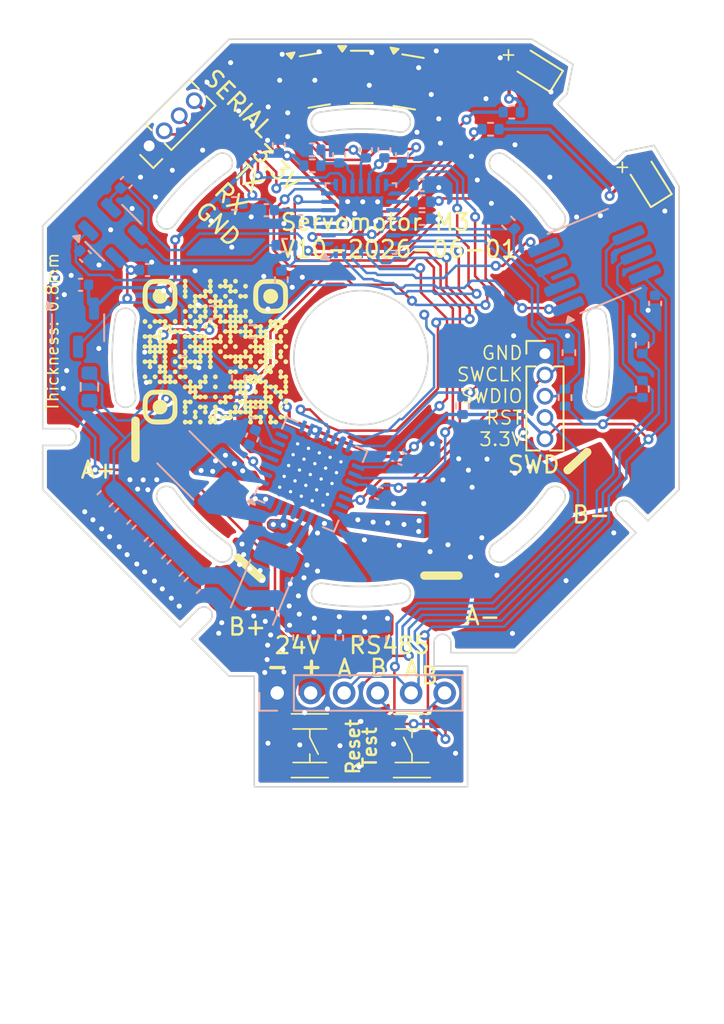
<source format=kicad_pcb>
(kicad_pcb (version 20240108) (generator "pcbnew") (generator_version "8.0")
  (title_block (title "Servo motor stepper M3") (date "2024-08-19") (rev "V10"))
  (layers (0 "F.Cu" signal) (31 "B.Cu" signal) (34 "B.Paste" user) (35 "F.Paste" user) (36 "B.SilkS" user "B.Silkscreen") (37 "F.SilkS" user "F.Silkscreen") (38 "B.Mask" user) (39 "F.Mask" user) (44 "Edge.Cuts" user))
  (net 0 "")
  (net 1 "GND")
  (net 2 "/index/schTop/RS485_B")
  (net 3 "+24V")
  (net 4 "/index/schTop/RS485_A")
  (net 5 "+3.3V")
  (net 6 "/index/schTop/HALL1")
  (net 7 "/index/schTop/RESET")
  (net 8 "/index/schTop/HALL2")
  (net 9 "/index/schTop/HALL3")
  (net 10 "unconnected-(U1-REF-Pad17)")
  (net 11 "unconnected-(U1-CP2-Pad5)")
  (net 12 "/index/schTop/REF24")
  (net 13 "/index/schTop/TEMPERATURE")
  (net 14 "unconnected-(U1-CP1-Pad4)")
  (net 15 "unconnected-(U1-VCP-Pad6)")
  (net 16 "/index/schTop/UART2 RX")
  (net 17 "/index/schTop/UART2 TX")
  (net 18 "/index/schTop/SWCLK")
  (net 19 "/index/schTop/SWDIO")
  (net 20 "unconnected-(U1-SENSE1-Pad23)")
  (net 21 "unconnected-(U1-SENSE2-Pad27)")
  (net 24 "/index/schTop/~{MENABLE}")
  (net 25 "/index/schTop/LED_GREEN")
  (net 26 "/index/schTop/LED_RED")
  (net 27 "/index/schTop/RS485_EN")
  (net 28 "unconnected-(U1-FLAG2-Pad12)")
  (net 29 "/index/schTop/OVER_VOLTAGE")
  (net 30 "/index/schTop/IMCONTROL")
  (net 31 "/index/schTop/PWMOV")
  (net 32 "/index/schTop/OUT2B")
  (net 33 "/index/schTop/STEP")
  (net 34 "/index/schTop/DIR")
  (net 36 "/index/schTop/OUT1B")
  (net 37 "/index/schTop/OUT1A")
  (net 38 "/index/schTop/OUT2A")
  (net 39 "/index/schTop/RS485_D")
  (net 40 "/index/schTop/RS485_R")
  (net 41 "unconnected-(D1-A-Pad2)")
  (net 42 "unconnected-(D2-A-Pad2)")
  (net 43 "+5V")
  (net 44 "/index/schTop/~{HOLDEN}")
  (net 45 "/index/schTop/FLAG1")
  (net 46 "Net-(U3--)")
  (net 47 "Net-(R8-Pad2)")
  (net 48 "/index/schTop/VIO")
  (net 49 "Net-(U3-+)")
  (footprint "servo_motor:TS3735PA-250gf" (layer "F.Cu") (at 146.5 116.4 -90)
    (property "Reference" "SW2" (hide yes))
    (property "Value" "TS3735PA-250gf")
  )
  (footprint "servo_motor:Pad_3mm_TopOnly" (layer "F.Cu") (at 134.3 98)
    (property "Reference" "J8" (hide yes))
    (property "Value" "Conn_01x01_Socket" (hide yes))
  )
  (footprint "Package_TO_SOT_SMD:SOT-23" (layer "F.Cu") (at 149.6 76.5)
    (property "Reference" "U7" (hide yes))
    (property "Value" "AH49HSC")
  )
  (footprint "Package_TO_SOT_SMD:SOT-23" (layer "F.Cu") (at 146.8 76.7 9.6)
    (property "Reference" "U4" (hide yes))
    (property "Value" "AH49HSC")
  )
  (footprint "servo_motor:Pad_3mm_TopOnly" (layer "F.Cu") (at 141.7 107.1)
    (property "Reference" "J3" (hide yes))
    (property "Value" "Conn_01x01_Socket" (hide yes))
  )
  (footprint "Connector_PinHeader_1.27mm:PinHeader_1x05_P1.27mm_Vertical" (layer "F.Cu") (at 160.54 93.009999)
    (property "Reference" "J2" (hide yes))
    (property "Value" "01x05 male P=1.27mm")
  )
  (footprint "LED_SMD:LED_0603_1608Metric" (layer "F.Cu") (at 166.7 82.62 122)
    (property "Reference" "D2" (hide yes))
    (property "Value" "MHT192UGCT")
  )
  (footprint "Connector_PinHeader_1.27mm:PinHeader_1x04_P1.27mm_Vertical" (layer "F.Cu") (at 136.906497 80.613503 135)
    (property "Reference" "J1" (hide yes))
    (property "Value" "01x04 male P=1.27mm")
  )
  (footprint "servo_motor:TS3735PA-250gf" (layer "F.Cu") (at 152.6 116.4 90)
    (property "Reference" "SW1" (hide yes))
    (property "Value" "TS3735PA-250gf")
  )
  (footprint "LOGO" (layer "F.Cu") (at 140.86 92.89)
    (property "Reference" "G***" (hide yes))
    (property "Value" "LOGO" (hide yes))
  )
  (footprint "servo_motor:Pad_3mm_TopOnly" (layer "F.Cu") (at 163.7 100.7)
    (property "Reference" "J6" (hide yes))
    (property "Value" "Conn_01x01_Socket" (hide yes))
  )
  (footprint "Package_TO_SOT_SMD:SOT-23" (layer "F.Cu") (at 152.4 76.8 -9.6)
    (property "Reference" "U6" (hide yes))
    (property "Value" "AH49HSC")
  )
  (footprint "LED_SMD:LED_0603_1608Metric" (layer "F.Cu") (at 159.969056 75.979055 148)
    (property "Reference" "D1" (hide yes))
    (property "Value" "KT-0603R")
  )
  (footprint "servo_motor:Pad_3mm_TopOnly" (layer "F.Cu") (at 154.4 108.05)
    (property "Reference" "J7" (hide yes))
    (property "Value" "Conn_01x01_Socket" (hide yes))
  )
  (footprint "Package_DFN_QFN:QFN-28_4x4mm_P0.5mm" (layer "B.Cu") (at 149.55 84.95)
    (property "Reference" "U2" (hide yes))
    (property "Value" "STM32G031G8Ux")
  )
  (footprint "Capacitor_SMD:C_0603_1608Metric" (layer "B.Cu") (at 139.48 106.84 -135)
    (property "Reference" "C7" (hide yes))
    (property "Value" "10uF")
  )
  (footprint "Package_TO_SOT_SMD:SOT-23-3" (layer "B.Cu") (at 132.66 91.46 -90)
    (property "Reference" "U11" (hide yes))
    (property "Value" "XC6206PxxxMR")
  )
  (footprint "Capacitor_SMD:C_0603_1608Metric" (layer "B.Cu") (at 138.45 105.8 -135)
    (property "Reference" "C14" (hide yes))
    (property "Value" "10uF")
  )
  (footprint "Resistor_SMD:R_0402_1005Metric" (layer "B.Cu") (at 146.65 81.8 180)
    (property "Reference" "R29" (hide yes))
    (property "Value" "4.7k")
  )
  (footprint "Capacitor_SMD:C_0603_1608Metric" (layer "B.Cu") (at 149 109.97 -90)
    (property "Reference" "C16" (hide yes))
    (property "Value" "10uF")
  )
  (footprint "Resistor_SMD:R_0402_1005Metric" (layer "B.Cu") (at 161.97 92.95 -90)
    (property "Reference" "R4" (hide yes))
    (property "Value" "10k")
  )
  (footprint "Resistor_SMD:R_2010_5025Metric" (layer "B.Cu") (at 139.43 99.67 -45)
    (property "Reference" "R3" (hide yes))
    (property "Value" "150m")
  )
  (footprint "Resistor_SMD:R_0402_1005Metric" (layer "B.Cu") (at 144.8 88.6 90)
    (property "Reference" "R23" (hide yes))
    (property "Value" "10k")
  )
  (footprint "Capacitor_SMD:C_0402_1005Metric" (layer "B.Cu") (at 150.62 101.33 -22.5)
    (property "Reference" "C1" (hide yes))
    (property "Value" "10nF" (hide yes))
  )
  (footprint "Resistor_SMD:R_0402_1005Metric" (layer "B.Cu") (at 144.99 86.54 180)
    (property "Reference" "R8" (hide yes))
    (property "Value" "1.5k")
  )
  (footprint "Resistor_SMD:R_0402_1005Metric" (layer "B.Cu") (at 157.29 79.62)
    (property "Reference" "R11" (hide yes))
    (property "Value" "470R")
  )
  (footprint "Capacitor_SMD:C_0402_1005Metric" (layer "B.Cu") (at 133.1 87.21 -45)
    (property "Reference" "C30" (hide yes))
    (property "Value" "100pF")
  )
  (footprint "Resistor_SMD:R_0402_1005Metric" (layer "B.Cu") (at 142.23 94.46 90)
    (property "Reference" "R6" (hide yes))
    (property "Value" "10k")
  )
  (footprint "Resistor_SMD:R_0402_1005Metric" (layer "B.Cu") (at 161.74 95.63 -90)
    (property "Reference" "R5" (hide yes))
    (property "Value" "10k")
  )
  (footprint "Capacitor_SMD:C_0402_1005Metric" (layer "B.Cu") (at 167.12 90.01 90)
    (property "Reference" "C35" (hide yes))
    (property "Value" "100nF" (hide yes))
  )
  (footprint "Capacitor_SMD:C_0402_1005Metric" (layer "B.Cu") (at 132.81 88.9 180)
    (property "Reference" "C5" (hide yes))
    (property "Value" "4.7uF")
  )
  (footprint "Capacitor_SMD:C_0402_1005Metric" (layer "B.Cu") (at 136.81 88.02)
    (property "Reference" "C22" (hide yes))
    (property "Value" "1uF")
  )
  (footprint "Package_TO_SOT_SMD:SOT-23-5" (layer "B.Cu") (at 134.76 85.8 -45)
    (property "Reference" "U3" (hide yes))
    (property "Value" "LM321")
  )
  (footprint "Resistor_SMD:R_0402_1005Metric" (layer "B.Cu") (at 166.35 92.49 -90)
    (property "Reference" "R2" (hide yes))
    (property "Value" "10k")
  )
  (footprint "Resistor_SMD:R_0402_1005Metric" (layer "B.Cu") (at 142 84.05 180)
    (property "Reference" "R15" (hide yes))
    (property "Value" "10k")
  )
  (footprint "Capacitor_SMD:C_0402_1005Metric" (layer "B.Cu") (at 135.54 82.79 45)
    (property "Reference" "C28" (hide yes))
    (property "Value" "100nF" (hide yes))
  )
  (footprint "Capacitor_SMD:C_0402_1005Metric" (layer "B.Cu") (at 148.25 81.15 90)
    (property "Reference" "C41" (hide yes))
    (property "Value" "100nF" (hide yes))
  )
  (footprint "Package_SO:SOIC-8_3.9x4.9mm_P1.27mm" (layer "B.Cu") (at 163.48 87.48 22.5)
    (property "Reference" "U10" (hide yes))
    (property "Value" "SP3485EN")
  )
  (footprint "Connector_PinSocket_2.00mm:PinSocket_1x06_P2.00mm_Vertical" (layer "B.Cu") (at 144.55 113.25 -90)
    (property "Reference" "J4" (hide yes))
    (property "Value" "Conn_01x06_Socket")
  )
  (footprint "Resistor_SMD:R_0603_1608Metric" (layer "B.Cu") (at 133.34 94.99 90)
    (property "Reference" "R27" (hide yes))
    (property "Value" "18k")
  )
  (footprint "Capacitor_SMD:C_0603_1608Metric" (layer "B.Cu") (at 150.56 110.01 -90)
    (property "Reference" "C12" (hide yes))
    (property "Value" "10uF")
  )
  (footprint "Capacitor_SMD:C_0402_1005Metric" (layer "B.Cu") (at 152.02 99.28 -22.5)
    (property "Reference" "C6" (hide yes))
    (property "Value" "220nF")
  )
  (footprint "Resistor_SMD:R_0402_1005Metric" (layer "B.Cu") (at 158.359375 85.209375 -45)
    (property "Reference" "R13" (hide yes))
    (property "Value" "10k")
  )
  (footprint "Resistor_SMD:R_0402_1005Metric" (layer "B.Cu") (at 143.05 91.7 180)
    (property "Reference" "R24" (hide yes))
    (property "Value" "10k")
  )
  (footprint "Capacitor_SMD:C_0402_1005Metric" (layer "B.Cu") (at 149.85 80.85 90)
    (property "Reference" "C17" (hide yes))
    (property "Value" "1nF")
  )
  (footprint "Capacitor_SMD:C_0402_1005Metric" (layer "B.Cu") (at 144.65 80.55 90)
    (property "Reference" "C9" (hide yes))
    (property "Value" "1uF")
  )
  (footprint "Resistor_SMD:R_2010_5025Metric" (layer "B.Cu") (at 143.62 107.26 67.5)
    (property "Reference" "R1" (hide yes))
    (property "Value" "150m")
  )
  (footprint "Resistor_SMD:R_0402_1005Metric" (layer "B.Cu") (at 158.56 78.6)
    (property "Reference" "R12" (hide yes))
    (property "Value" "1.5k")
  )
  (footprint "Resistor_SMD:R_0402_1005Metric" (layer "B.Cu") (at 153.2 83.95)
    (property "Reference" "R22" (hide yes))
    (property "Value" "10k")
  )
  (footprint "Resistor_SMD:R_0402_1005Metric" (layer "B.Cu") (at 140.66 90.55 180)
    (property "Reference" "R26" (hide yes))
    (property "Value" "1.5k")
  )
  (footprint "Package_DFN_QFN:QFN-28-1EP_5x5mm_P0.5mm_EP3.75x3.75mm_ThermalVias" (layer "B.Cu") (at 146.53 100.22 -22.5)
    (property "Reference" "U1" (hide yes))
    (property "Value" "GC6609")
  )
  (footprint "Capacitor_SMD:C_0402_1005Metric" (layer "B.Cu") (at 143.060162 98.00783 67.5)
    (property "Reference" "C2" (hide yes))
    (property "Value" "22nF" (hide yes))
  )
  (footprint "Capacitor_SMD:C_0402_1005Metric" (layer "B.Cu") (at 153.2 82.95)
    (property "Reference" "C36" (hide yes))
    (property "Value" "100nF" (hide yes))
  )
  (footprint "Capacitor_SMD:C_0603_1608Metric" (layer "B.Cu") (at 136.37 103.73 -135)
    (property "Reference" "C15" (hide yes))
    (property "Value" "10uF")
  )
  (footprint "Resistor_SMD:R_0402_1005Metric" (layer "B.Cu") (at 146.65 80.85 180)
    (property "Reference" "TH1" (hide yes))
    (property "Value" "100k 1% NTC")
  )
  (footprint "Capacitor_SMD:C_0603_1608Metric" (layer "B.Cu") (at 146.02 109.94 -90)
    (property "Reference" "C8" (hide yes))
    (property "Value" "10uF")
  )
  (footprint "Capacitor_SMD:C_0402_1005Metric" (layer "B.Cu") (at 138.97 93.51)
    (property "Reference" "C4" (hide yes))
    (property "Value" "4.7uF")
  )
  (footprint "Capacitor_SMD:C_0603_1608Metric" (layer "B.Cu") (at 147.52 109.94 -90)
    (property "Reference" "C13" (hide yes))
    (property "Value" "10uF")
  )
  (footprint "Capacitor_SMD:C_0402_1005Metric" (layer "B.Cu") (at 143.189418 96.497298 -22.5)
    (property "Reference" "C3" (hide yes))
    (property "Value" "100nF" (hide yes))
  )
  (footprint "Capacitor_SMD:C_0402_1005Metric" (layer "B.Cu") (at 150.95 80.85 90)
    (property "Reference" "C20" (hide yes))
    (property "Value" "1nF" (hide yes))
  )
  (footprint "Capacitor_SMD:C_0402_1005Metric" (layer "B.Cu") (at 145.95 85.1 180)
    (property "Reference" "C37" (hide yes))
    (property "Value" "100nF" (hide yes))
  )
  (footprint "Resistor_SMD:R_0402_1005Metric" (layer "B.Cu") (at 155.62 96.13 90)
    (property "Reference" "R7" (hide yes))
    (property "Value" "10k" (hide yes))
  )
  (footprint "Capacitor_SMD:C_0603_1608Metric" (layer "B.Cu") (at 135.33 102.7 -135)
    (property "Reference" "C10" (hide yes))
    (property "Value" "10uF")
  )
  (footprint "Capacitor_SMD:C_0603_1608Metric" (layer "B.Cu") (at 134.28 101.67 -135)
    (property "Reference" "C11" (hide yes))
    (property "Value" "10uF")
  )
  (footprint "Capacitor_SMD:C_0402_1005Metric" (layer "B.Cu") (at 152 81.15 90)
    (property "Reference" "C23" (hide yes))
    (property "Value" "1nF")
  )
  (footprint "Resistor_SMD:R_0402_1005Metric" (layer "B.Cu") (at 166.36 95.12 -90)
    (property "Reference" "R17" (hide yes))
    (property "Value" "10k")
  )
  (footprint "Capacitor_SMD:C_0603_1608Metric" (layer "B.Cu") (at 137.41 104.76 -135)
    (property "Reference" "C19" (hide yes))
    (property "Value" "10uF")
  )
  (footprint "Resistor_SMD:R_0402_1005Metric" (layer "B.Cu") (at 153.2 84.95)
    (property "Reference" "R25" (hide yes))
    (property "Value" "10k")
  )
  (footprint "Capacitor_SMD:C_0402_1005Metric" (layer "B.Cu") (at 143.9 84.45 180)
    (property "Reference" "C18" (hide yes))
    (property "Value" "100nF" (hide yes))
  )
  (gr_line (start 161.895 99.96) (end 163.065 98.88) (stroke (width 0.5)) (layer "F.SilkS"))
  (gr_line (start 142.2 105.18) (end 143.62 106.44) (stroke (width 0.5)) (layer "F.SilkS"))
  (gr_line (start 153.34 106.25) (end 155.38 106.25) (stroke (width 0.5)) (layer "F.SilkS"))
  (gr_line (start 136.09 97.01) (end 136.09 99.25) (stroke (width 0.5)) (layer "F.SilkS"))
  (gr_line (start 140.522754 108.971491) (end 139.462094 110.032151) (stroke (width 0.1)) (layer "Edge.Cuts"))
  (gr_line (start 130.55 101.120057) (end 138.754987 109.325044) (stroke (width 0.1)) (layer "Edge.Cuts"))
  (gr_arc (start 152.000887 107.896308) (mid 149.54993 108.099966) (end 147.098973 107.896308) (stroke (width 0.1)) (layer "Edge.Cuts"))
  (gr_line (start 158.820058 110.85) (end 165.978598 103.691459) (stroke (width 0.1)) (layer "Edge.Cuts"))
  (gr_arc (start 163.012728 90.997067) (mid 163.50547 90.306222) (end 164.196271 90.799009) (stroke (width 0.1)) (layer "Edge.Cuts"))
  (gr_arc (start 140.926491 105.339582) (mid 139.049394 103.750502) (end 137.460314 101.873405) (stroke (width 0.1)) (layer "Edge.Cuts"))
  (gr_arc (start 134.903589 95.700923) (mid 134.699935 93.249966) (end 134.903589 90.799009) (stroke (width 0.1)) (layer "Edge.Cuts"))
  (gr_line (start 138.754987 109.325044) (end 139.815647 108.264384) (stroke (width 0.1)) (layer "Edge.Cuts"))
  (gr_arc (start 164.917938 102.630799) (mid 164.917939 101.923692) (end 165.625045 101.923693) (stroke (width 0.1)) (layer "Edge.Cuts"))
  (gr_line (start 143.179943 118.85) (end 155.920058 118.85) (stroke (width 0.1)) (layer "Edge.Cuts"))
  (gr_line (start 165.978598 103.691459) (end 164.917938 102.630799) (stroke (width 0.1)) (layer "Edge.Cuts"))
  (gr_line (start 139.462094 110.032151) (end 141.679943 112.25) (stroke (width 0.1)) (layer "Edge.Cuts"))
  (gr_circle (center 149.55 93.25) (end 153.55 93.25) (stroke (width 0.1)) (fill none) (layer "Edge.Cuts"))
  (gr_arc (start 151.80283 106.712765) (mid 152.493643 107.205476) (end 152.000887 107.896308) (stroke (width 0.1)) (layer "Edge.Cuts"))
  (gr_line (start 167.057107 80.587049) (end 168.55 83.023229) (stroke (width 0.1)) (layer "Edge.Cuts"))
  (gr_arc (start 147.29703 79.787168) (mid 149.54993 79.599966) (end 151.80283 79.787168) (stroke (width 0.1)) (layer "Edge.Cuts"))
  (gr_line (start 155.920058 118.85) (end 155.920058 111.65) (stroke (width 0.1)) (layer "Edge.Cuts"))
  (gr_line (start 143.179943 112.25) (end 143.179943 118.85) (stroke (width 0.1)) (layer "Edge.Cuts"))
  (gr_arc (start 138.437253 85.323371) (mid 137.60037 85.463382) (end 137.460314 84.626528) (stroke (width 0.1)) (layer "Edge.Cuts"))
  (gr_line (start 157.420058 74.25) (end 141.679943 74.25) (stroke (width 0.1)) (layer "Edge.Cuts"))
  (gr_arc (start 147.098973 107.896308) (mid 146.606193 107.205466) (end 147.29703 106.712765) (stroke (width 0.1)) (layer "Edge.Cuts"))
  (gr_arc (start 139.815647 108.264384) (mid 140.5228 108.264339) (end 140.522753 108.971491) (stroke (width 0.1)) (layer "Edge.Cuts"))
  (gr_line (start 159.776771 74.25) (end 162.212951 75.742893) (stroke (width 0.1)) (layer "Edge.Cuts"))
  (gr_arc (start 164.196271 95.700923) (mid 163.505472 96.19367) (end 163.012728 95.502866) (stroke (width 0.1)) (layer "Edge.Cuts"))
  (gr_arc (start 147.29703 79.787168) (mid 146.606232 79.294428) (end 147.098973 78.603625) (stroke (width 0.1)) (layer "Edge.Cuts"))
  (gr_arc (start 151.80283 106.712765) (mid 149.54993 106.899966) (end 147.29703 106.712765) (stroke (width 0.1)) (layer "Edge.Cuts"))
  (gr_line (start 161.270058 78.1) (end 161.859398 77.51066) (stroke (width 0.1)) (layer "Edge.Cuts"))
  (gr_arc (start 147.098973 78.603625) (mid 149.54993 78.399966) (end 152.000887 78.603625) (stroke (width 0.1)) (layer "Edge.Cuts"))
  (gr_arc (start 152.000887 78.603625) (mid 152.493668 79.294428) (end 151.80283 79.787168) (stroke (width 0.1)) (layer "Edge.Cuts"))
  (gr_line (start 130.55 85.379942) (end 130.55 97.483546) (stroke (width 0.1)) (layer "Edge.Cuts"))
  (gr_line (start 164.7 81.529942) (end 161.270058 78.1) (stroke (width 0.1)) (layer "Edge.Cuts"))
  (gr_arc (start 134.903589 90.799009) (mid 135.594434 90.306196) (end 136.087131 90.997067) (stroke (width 0.1)) (layer "Edge.Cuts"))
  (gr_line (start 167.057107 80.587049) (end 165.28934 80.940602) (stroke (width 0.1)) (layer "Edge.Cuts"))
  (gr_arc (start 158.173369 105.339582) (mid 157.3364 105.199544) (end 157.476525 104.362643) (stroke (width 0.1)) (layer "Edge.Cuts"))
  (gr_arc (start 163.012728 90.997067) (mid 163.199936 93.249967) (end 163.012728 95.502866) (stroke (width 0.1)) (layer "Edge.Cuts"))
  (gr_line (start 141.679943 74.25) (end 130.55 85.379942) (stroke (width 0.1)) (layer "Edge.Cuts"))
  (gr_line (start 158.820058 110.85) (end 157.610897 110.85) (stroke (width 0.1)) (layer "Edge.Cuts"))
  (gr_line (start 141.679943 112.25) (end 143.179943 112.25) (stroke (width 0.1)) (layer "Edge.Cuts"))
  (gr_arc (start 132.05 97.483546) (mid 132.550028 97.983528) (end 132.05 98.483546) (stroke (width 0.1)) (layer "Edge.Cuts"))
  (gr_arc (start 137.460314 84.626528) (mid 139.049399 82.749437) (end 140.926491 81.160351) (stroke (width 0.1)) (layer "Edge.Cuts"))
  (gr_arc (start 164.196271 90.799009) (mid 164.399935 93.249966) (end 164.196271 95.700923) (stroke (width 0.1)) (layer "Edge.Cuts"))
  (gr_arc (start 136.087131 95.502866) (mid 135.899936 93.249967) (end 136.087131 90.997067) (stroke (width 0.1)) (layer "Edge.Cuts"))
  (gr_arc (start 160.662607 101.176562) (mid 159.201934 102.90197) (end 157.476525 104.362643) (stroke (width 0.1)) (layer "Edge.Cuts"))
  (gr_arc (start 157.476525 82.13729) (mid 159.201937 83.597959) (end 160.662607 85.323371) (stroke (width 0.1)) (layer "Edge.Cuts"))
  (gr_arc (start 137.460314 101.873405) (mid 137.600376 101.036527) (end 138.437253 101.176562) (stroke (width 0.1)) (layer "Edge.Cuts"))
  (gr_line (start 157.610897 110.85) (end 154.920058 110.85) (stroke (width 0.1)) (layer "Edge.Cuts"))
  (gr_line (start 157.420058 74.25) (end 159.776771 74.25) (stroke (width 0.1)) (layer "Edge.Cuts"))
  (gr_line (start 161.859398 77.51066) (end 162.212951 75.742893) (stroke (width 0.1)) (layer "Edge.Cuts"))
  (gr_line (start 165.625045 101.923693) (end 166.685705 102.984353) (stroke (width 0.1)) (layer "Edge.Cuts"))
  (gr_arc (start 153.920058 110.25) (mid 154.420058 109.75) (end 154.920058 110.25) (stroke (width 0.1)) (layer "Edge.Cuts"))
  (gr_line (start 155.920058 111.65) (end 153.920058 111.65) (stroke (width 0.1)) (layer "Edge.Cuts"))
  (gr_line (start 168.55 101.120057) (end 168.55 83.023229) (stroke (width 0.1)) (layer "Edge.Cuts"))
  (gr_line (start 130.55 97.483546) (end 132.05 97.483546) (stroke (width 0.1)) (layer "Edge.Cuts"))
  (gr_arc (start 157.476525 82.13729) (mid 157.336439 81.300384) (end 158.173369 81.160351) (stroke (width 0.1)) (layer "Edge.Cuts"))
  (gr_arc (start 138.437253 85.323371) (mid 139.897919 83.597955) (end 141.623335 82.13729) (stroke (width 0.1)) (layer "Edge.Cuts"))
  (gr_arc (start 161.639545 101.873405) (mid 160.05047 103.750507) (end 158.173369 105.339582) (stroke (width 0.1)) (layer "Edge.Cuts"))
  (gr_arc (start 158.173369 81.160351) (mid 160.050457 82.749438) (end 161.639545 84.626528) (stroke (width 0.1)) (layer "Edge.Cuts"))
  (gr_line (start 166.685705 102.984353) (end 168.55 101.120057) (stroke (width 0.1)) (layer "Edge.Cuts"))
  (gr_line (start 153.920058 110.25) (end 153.920058 111.65) (stroke (width 0.1)) (layer "Edge.Cuts"))
  (gr_line (start 165.28934 80.940602) (end 164.7 81.529942) (stroke (width 0.1)) (layer "Edge.Cuts"))
  (gr_arc (start 140.926491 81.160351) (mid 141.76335 81.300392) (end 141.623335 82.13729) (stroke (width 0.1)) (layer "Edge.Cuts"))
  (gr_arc (start 141.623335 104.362643) (mid 141.763367 105.19952) (end 140.926491 105.339582) (stroke (width 0.1)) (layer "Edge.Cuts"))
  (gr_line (start 130.55 98.483546) (end 130.55 101.120057) (stroke (width 0.1)) (layer "Edge.Cuts"))
  (gr_arc (start 161.639545 84.626528) (mid 161.499527 85.463477) (end 160.662607 85.323371) (stroke (width 0.1)) (layer "Edge.Cuts"))
  (gr_arc (start 160.662607 101.176562) (mid 161.499538 101.036507) (end 161.639545 101.873405) (stroke (width 0.1)) (layer "Edge.Cuts"))
  (gr_line (start 132.05 98.483546) (end 130.55 98.483546) (stroke (width 0.1)) (layer "Edge.Cuts"))
  (gr_arc (start 141.623335 104.362643) (mid 139.897923 102.901974) (end 138.437253 101.176562) (stroke (width 0.1)) (layer "Edge.Cuts"))
  (gr_arc (start 136.087131 95.502866) (mid 135.594422 96.193633) (end 134.903589 95.700923) (stroke (width 0.1)) (layer "Edge.Cuts"))
  (gr_line (start 154.920058 110.25) (end 154.920058 110.85) (stroke (width 0.1)) (layer "Edge.Cuts"))
  (gr_text "+" (at 145.85 112.25 0) (layer "F.SilkS") (effects (font (size 1 1) (thickness 0.2)) (justify left bottom)))
  (gr_text "Reset" (at 149.55 118.2 90) (layer "F.SilkS") (effects (font (size 0.8 0.8)) (justify left bottom)))
  (gr_text "+" (at 164.6 82.3 0) (layer "F.SilkS") (effects (font (size 0.8 0.8) (thickness 0.1)) (justify left bottom)))
  (gr_text "3.3V\nTX\nRX\nGND" (at 139.45 84.55 -45) (layer "F.SilkS") (effects (font (size 1 1)) (justify left bottom)))
  (gr_text "B" (at 150 112.35 0) (layer "F.SilkS") (effects (font (size 1 1)) (justify left bottom)))
  (gr_text "Servomotor M3\n${REVISION}-${CURRENT_DATE}" (at 144.67 87.36 0) (layer "F.SilkS") (effects (font (size 1 1)) (justify left bottom)))
  (gr_text "RS485" (at 148.75 111 0) (layer "F.SilkS") (effects (font (size 1 1)) (justify left bottom)))
  (gr_text "SWD" (at 158.22 100.22 0) (layer "F.SilkS") (effects (font (size 1 1)) (justify left bottom)))
  (gr_text "-" (at 143.8 112.25 0) (layer "F.SilkS") (effects (font (size 1 1) (thickness 0.2)) (justify left bottom)))
  (gr_text "B" (at 153.05 112.8 0) (layer "F.SilkS") (effects (font (size 1 1)) (justify left bottom)))
  (gr_text "Thickness: 0.8mm" (at 131.55 96.5 90) (layer "F.SilkS") (effects (font (size 0.7 0.7) (thickness 0.1)) (justify left bottom)))
  (gr_text "Test" (at 150.55 117.8 90) (layer "F.SilkS") (effects (font (size 0.8 0.8)) (justify left bottom)))
  (gr_text "+" (at 157.8 75.6 0) (layer "F.SilkS") (effects (font (size 0.8 0.8) (thickness 0.1)) (justify left bottom)))
  (gr_text "B+" (at 141.55 109.89 0) (layer "F.SilkS") (effects (font (size 1 1)) (justify left bottom)))
  (gr_text "GND\nSWCLK\nSWDIO\nRST\n3.3V" (at 159.27 98.59 0) (layer "F.SilkS") (effects (font (size 0.8 0.8) (thickness 0.1)) (justify right bottom)))
  (gr_text "24V" (at 144.3 111 0) (layer "F.SilkS") (effects (font (size 1 1)) (justify left bottom)))
  (gr_text "A+" (at 132.73 100.53 0) (layer "F.SilkS") (effects (font (size 1 1)) (justify left bottom)))
  (gr_text "SERIAL" (at 139.974557 76.65 -45) (layer "F.SilkS") (effects (font (size 1 1)) (justify left bottom)))
  (gr_text "A" (at 148.05 112.35 0) (layer "F.SilkS") (effects (font (size 1 1)) (justify left bottom)))
  (gr_text "A-" (at 155.68 109.27 0) (layer "F.SilkS") (effects (font (size 1 1)) (justify left bottom)))
  (gr_text "B-" (at 162.08 103.2 0) (layer "F.SilkS") (effects (font (size 1 1)) (justify left bottom)))
  (gr_text "A" (at 152.05 112.4 0) (layer "F.SilkS") (effects (font (size 1 1)) (justify left bottom)))
  (segment (start 151.8 76.8) (end 153.168025 76.8) (width 0.2) (layer "F.Cu") (net 1))
  (segment (start 151.5 76.5) (end 151.8 76.8) (width 0.2) (layer "F.Cu") (net 1))
  (segment (start 148.3 76.5) (end 151.5 76.5) (width 0.2) (layer "F.Cu") (net 1))
  (via (at 154.05 74.95) (size 0.6) (drill 0.3) (layers "F.Cu" "B.Cu") (net 1))
  (via (at 143.95 111.26) (size 0.6) (drill 0.3) (layers "F.Cu" "B.Cu") (net 1))
  (via (at 160.9 77.4) (size 0.6) (drill 0.3) (layers "F.Cu" "B.Cu") (net 1))
  (via (at 154.2 79) (size 0.6) (drill 0.3) (layers "F.Cu" "B.Cu") (net 1))
  (via (at 162.43 84.86) (size 0.6) (drill 0.3) (layers "F.Cu" "B.Cu") (net 1))
  (via (at 150.43 85.11) (size 0.6) (drill 0.3) (layers "F.Cu" "B.Cu") (net 1))
  (via (at 137.69 107.04) (size 0.6) (drill 0.3) (layers "F.Cu" "B.Cu") (net 1))
  (via (at 143.976917 80.283083) (size 0.6) (drill 0.3) (layers "F.Cu" "B.Cu") (net 1))
  (via (at 151.5 101.96) (size 0.6) (drill 0.3) (layers "F.Cu" "B.Cu") (net 1))
  (via (at 138.23 107.6) (size 0.6) (drill 0.3) (layers "F.Cu" "B.Cu") (net 1))
  (via (at 155.2 116.85) (size 0.6) (drill 0.3) (layers "F.Cu" "B.Cu") (net 1))
  (via (at 141.84 86.66) (size 0.6) (drill 0.3) (layers "F.Cu" "B.Cu") (net 1))
  (via (at 149.18 84.66) (size 0.6) (drill 0.3) (layers "F.Cu" "B.Cu") (net 1))
  (via (at 149.66 83.95) (size 0.6) (drill 0.3) (layers "F.Cu" "B.Cu") (net 1))
  (via (at 136.83 101.13) (size 0.6) (drill 0.3) (layers "F.Cu" "B.Cu") (net 1))
  (via (at 134.61 85.62) (size 0.6) (drill 0.3) (layers "F.Cu" "B.Cu") (net 1))
  (via (at 143.081917 79.388083) (size 0.6) (drill 0.3) (layers "F.Cu" "B.Cu") (net 1))
  (via (at 150.2 75.05) (size 0.6) (drill 0.3) (layers "F.Cu" "B.Cu") (net 1))
  (via (at 139.88 93.85) (size 0.6) (drill 0.3) (layers "F.Cu" "B.Cu") (net 1))
  (via (at 145.45 89.05) (size 0.6) (drill 0.3) (layers "F.Cu" "B.Cu") (net 1))
  (via (at 137.06 87.55) (size 0.6) (drill 0.3) (layers "F.Cu" "B.Cu") (net 1))
  (via (at 145.18 78.64) (size 0.6) (drill 0.3) (layers "F.Cu" "B.Cu") (net 1))
  (via (at 139.65 88.07) (size 0.6) (drill 0.3) (layers "F.Cu" "B.Cu") (net 1))
  (via (at 137.22 106.57) (size 0.6) (drill 0.3) (layers "F.Cu" "B.Cu") (net 1))
  (via (at 146.19 114.43) (size 0.6) (drill 0.3) (layers "F.Cu" "B.Cu") (net 1))
  (via (at 163.85 84.78) (size 0.6) (drill 0.3) (layers "F.Cu" "B.Cu") (net 1))
  (via (at 136.22 101.09) (size 0.6) (drill 0.3) (layers "F.Cu" "B.Cu") (net 1))
  (via (at 135.59 105) (size 0.6) (drill 0.3) (layers "F.Cu" "B.Cu") (net 1))
  (via (at 135.76 100.53) (size 0.6) (drill 0.3) (layers "F.Cu" "B.Cu") (net 1))
  (via (at 144.95 112) (size 0.6) (drill 0.3) (layers "F.Cu" "B.Cu") (net 1))
  (via (at 136.55 100.54) (size 0.6) (drill 0.3) (layers "F.Cu" "B.Cu") (net 1))
  (via (at 148.76 83.94) (size 0.6) (drill 0.3) (layers "F.Cu" "B.Cu") (net 1))
  (via (at 133.9 92.7) (size 0.6) (drill 0.3) (layers "F.Cu" "B.Cu") (net 1))
  (via (at 131.84 89.49) (size 0.6) (drill 0.3) (layers "F.Cu" "B.Cu") (net 1))
  (via (at 158.75 80.55) (size 0.6) (drill 0.3) (layers "F.Cu" "B.Cu") (net 1))
  (via (at 154.75 104.41) (size 0.6) (drill 0.3) (layers "F.Cu" "B.Cu") (net 1))
  (via (at 153.8 98.39) (size 0.6) (drill 0.3) (layers "F.Cu" "B.Cu") (net 1))
  (via (at 157.87 75.36) (size 0.6) (drill 0.3) (layers "F.Cu" "B.Cu") (net 1))
  (via (at 145.9 116.35) (size 0.6) (drill 0.3) (layers "F.Cu" "B.Cu") (net 1))
  (via (at 143.84 108.98) (size 0.6) (drill 0.3) (layers "F.Cu" "B.Cu") (net 1))
  (via (at 137.28 83.66) (size 0.6) (drill 0.3) (layers "F.Cu" "B.Cu") (net 1))
  (via (at 150.55 83.95) (size 0.6) (drill 0.3) (layers "F.Cu" "B.Cu") (net 1))
  (via (at 143 84.85) (size 0.6) (drill 0.3) (layers "F.Cu" "B.Cu") (net 1))
  (via (at 144.95 85.25) (size 0.6) (drill 0.3) (layers "F.Cu" "B.Cu") (net 1))
  (via (at 151.5 116.3) (size 0.6) (drill 0.3) (layers "F.Cu" "B.Cu") (net 1))
  (via (at 153.3 101.95) (size 0.6) (drill 0.3) (layers "F.Cu" "B.Cu") (net 1))
  (via (at 158.6 109.7) (size 0.6) (drill 0.3) (layers "F.Cu" "B.Cu") (net 1))
  (via (at 144 90.35) (size 0.6) (drill 0.3) (layers "F.Cu" "B.Cu") (net 1))
  (via (at 156.5 82.65) (size 0.6) (drill 0.3) (layers "F.Cu" "B.Cu") (net 1))
  (via (at 144.85 75.15) (size 0.6) (drill 0.3) (layers "F.Cu" "B.Cu") (net 1))
  (via (at 156.77 103.99) (size 0.6) (drill 0.3) (layers "F.Cu" "B.Cu") (net 1))
  (via (at 143.98 110.4) (size 0.6) (drill 0.3) (layers "F.Cu" "B.Cu") (net 1))
  (via (at 142.25 78.53) (size 0.6) (drill 0.3) (layers "F.Cu" "B.Cu") (net 1))
  (via (at 133.55 102.92) (size 0.6) (drill 0.3) (layers "F.Cu" "B.Cu") (net 1))
  (via (at 158.67 91.94) (size 0.6) (drill 0.3) (layers "F.Cu" "B.Cu") (net 1))
  (via (at 153.68 104.82) (size 0.6) (drill 0.3) (layers "F.Cu" "B.Cu") (net 1))
  (via (at 145.18 80.06) (size 0.6) (drill 0.3) (layers "F.Cu" "B.Cu") (net 1))
  (via (at 132.25 88.34) (size 0.6) (drill 0.3) (layers "F.Cu" "B.Cu") (net 1))
  (via (at 144.89 110.66) (size 0.6) (drill 0.3) (layers "F.Cu" "B.Cu") (net 1))
  (via (at 140.61 85.09) (size 0.6) (drill 0.3) (layers "F.Cu" "B.Cu") (net 1))
  (via (at 157.340262 84.04218) (size 0.6) (drill 0.3) (layers "F.Cu" "B.Cu") (net 1))
  (via (at 141.24 109.06) (size 0.6) (drill 0.3) (layers "F.Cu" "B.Cu") (net 1))
  (via (at 144.16 109.79) (size 0.6) (drill 0.3) (layers "F.Cu" "B.Cu") (net 1))
  (via (at 134.07 103.46) (size 0.6) (drill 0.3) (layers "F.Cu" "B.Cu") (net 1))
  (via (at 157.67 106.23) (size 0.6) (drill 0.3) (layers "F.Cu" "B.Cu") (net 1))
  (via (at 133.91 87.72) (size 0.6) (drill 0.3) (layers "F.Cu" "B.Cu") (net 1))
  (via (at 144.015 78.29) (size 0.6) (drill 0.3) (layers "F.Cu" "B.Cu") (net 1))
  (via (at 141.06 109.69) (size 0.6) (drill 0.3) (layers "F.Cu" "B.Cu") (net 1))
  (via (at 161.89 91.94) (size 0.6) (drill 0.3) (layers "F.Cu" "B.Cu") (net 1))
  (via (at 149.55 114.95) (size 0.6) (drill 0.3) (layers "F.Cu" "B.Cu") (net 1))
  (via (at 154.3 80.45) (size 0.6) (drill 0.3) (layers "F.Cu" "B.Cu") (net 1))
  (via (at 136.39 82.48) (size 0.6) (drill 0.3) (layers "F.Cu" "B.Cu") (net 1))
  (via (at 167.7 84.5) (size 0.6) (drill 0.3) (layers "F.Cu" "B.Cu") (net 1))
  (via (at 165.84 91.92) (size 0.6) (drill 0.3) (layers "F.Cu" "B.Cu") (net 1))
  (via (at 158.75 100.14) (size 0.6) (drill 0.3) (layers "F.Cu" "B.Cu") (net 1))
  (via (at 135.12 104.53) (size 0.6) (drill 0.3) (layers "F.Cu" "B.Cu") (net 1))
  (via (at 157.08 99.3) (size 0.6) (drill 0.3) (layers "F.Cu" "B.Cu") (net 1))
  (via (at 147.55 114.2) (size 0.6) (drill 0.3) (layers "F.Cu" "B.Cu") (net 1))
  (via (at 156.19 100.98) (size 0.6) (drill 0.3) (layers "F.Cu" "B.Cu") (net 1))
  (via (at 144 116.25) (size 0.6) (drill 0.3) (layers "F.Cu" "B.Cu") (net 1))
  (via (at 134.54 103.93) (size 0.6) (drill 0.3) (layers "F.Cu" "B.Cu") (net 1))
  (via (at 143.15 108.66) (size 0.6) (drill 0.3) (layers "F.Cu" "B.Cu") (net 1))
  (via (at 137.36 100.53) (size 0.6) (drill 0.3) (layers "F.Cu" "B.Cu") (net 1))
  (via (at 133.06 102.44) (size 0.6) (drill 0.3) (layers "F.Cu" "B.Cu") (net 1))
  (via (at 131.98 94.02) (size 0.6) (drill 0.3) (layers "F.Cu" "B.Cu") (net 1))
  (via (at 156.09 105.14) (size 0.6) (drill 0.3) (layers "F.Cu" "B.Cu") (net 1))
  (via (at 147.05 75) (size 0.6) (drill 0.3) (layers "F.Cu" "B.Cu") (net 1))
  (via (at 154.45 100.54) (size 0.6) (drill 0.3) (layers "F.Cu" "B.Cu") (net 1))
  (via (at 160.83 82.48) (size 0.6) (drill 0.3) (layers "F.Cu" "B.Cu") (net 1))
  (via (at 141.77 75.65) (size 0.6) (drill 0.3) (layers "F.Cu" "B.Cu") (net 1))
  (via (at 149.76 104.12) (size 0.6) (drill 0.3) (layers "F.Cu" "B.Cu") (net 1))
  (via (at 138.7 108.07) (size 0.6) (drill 0.3) (layers "F.Cu" "B.Cu") (net 1))
  (via (at 140.36 76.82) (size 0.6) (drill 0.3) (layers "F.Cu" "B.Cu") (net 1))
  (via (at 150.05 77) (size 0.6) (drill 0.3) (layers "F.Cu" "B.Cu") (net 1))
  (via (at 153 75.95) (size 0.6) (drill 0.3) (layers "F.Cu" "B.Cu") (net 1))
  (via (at 131.78 95.08) (size 0.6) (drill 0.3) (layers "F.Cu" "B.Cu") (net 1))
  (via (at 138.02 90.29) (size 0.6) (drill 0.3) (layers "F.Cu" "B.Cu") (net 1))
  (via (at 144.7 76.7) (size 0.6) (drill 0.3) (layers "F.Cu" "B.Cu") (net 1))
  (via (at 157.02 77.8) (size 0.6) (drill 0.3) (layers "F.Cu" "B.Cu") (net 1))
  (via (at 143.75 88.4) (size 0.6) (drill 0.3) (layers "F.Cu" "B.Cu") (net 1))
  (via (at 143.81 112.03) (size 0.6) (drill 0.3) (layers "F.Cu" "B.Cu") (net 1))
  (via (at 153.75 77.55) (size 0.6) (drill 0.3) (layers "F.Cu" "B.Cu") (net 1))
  (via (at 166.7 90.42) (size 0.6) (drill 0.3) (layers "F.Cu" "B.Cu") (net 1))
  (via (at 136.74 94.73) (size 0.6) (drill 0.3) (layers "F.Cu" "B.Cu") (net 1))
  (via (at 136.17 105.56) (size 0.6) (drill 0.3) (layers "F.Cu" "B.Cu") (net 1))
  (via (at 151.84 104.44) (size 0.6) (drill 0.3) (layers "F.Cu" "B.Cu") (net 1))
  (via (at 136.64 92.92) (size 0.6) (drill 0.3) (layers "F.Cu" "B.Cu") (net 1))
  (via (at 161.8 106.55) (size 0.6) (drill 0.3) (layers "F.Cu" "B.Cu") (net 1))
  (via (at 149.45 117.65) (size 0.6) (drill 0.3) (layers "F.Cu" "B.Cu") (net 1))
  (via (at 138.29 82.07) (size 0.6) (drill 0.3) (layers "F.Cu" "B.Cu") (net 1))
  (via (at 155.39 99.28) (size 0.6) (drill 0.3) (layers "F.Cu" "B.Cu") (net 1))
  (via (at 136.64 106.03) (size 0.6) (drill 0.3) (layers "F.Cu" "B.Cu") (net 1))
  (via (at 164.65 103.7) (size 0.6) (drill 0.3) (layers "F.Cu" "B.Cu") (net 1))
  (via (at 140.1 80.87) (size 0.6) (drill 0.3) (layers "F.Cu" "B.Cu") (net 1))
  (via (at 139.84 90.1) (size 0.6) (drill 0.3) (layers "F.Cu" "B.Cu") (net 1))
  (via (at 155.97 99.96) (size 0.6) (drill 0.3) (layers "F.Cu" "B.Cu") (net 1))
  (via (at 146.05 88.45) (size 0.6) (drill 0.3) (layers "F.Cu" "B.Cu") (net 1))
  (via (at 154.2 83.1) (size 0.6) (drill 0.3) (layers "F.Cu" "B.Cu") (net 1))
  (via (at 159.59 99.76) (size 0.6) (drill 0.3) (layers "F.Cu" "B.Cu") (net 1))
  (via (at 135.889682 84.350318) (size 0.6) (drill 0.3) (layers "F.Cu" "B.Cu") (net 1))
  (via (at 152.9 79.8) (size 0.6) (drill 0.3) (layers "F.Cu" "B.Cu") (net 1))
  (via (at 148.3 116.4) (size 0.6) (drill 0.3) (layers "F.Cu" "B.Cu") (net 1))
  (via (at 146.8 76.7) (size 0.6) (drill 0.3) (layers "F.Cu" "B.Cu") (net 1))
  (via (at 156.15 81.24) (size 0.6) (drill 0.3) (layers "F.Cu" "B.Cu") (net 1))
  (segment (start 148.393534 98.328211) (end 147.83386 99.679385) (width 0.25) (layer "B.Cu") (net 1))
  (segment (start 144.0609 99.740165) (end 144.857749 100.070226) (width 0.2) (layer "B.Cu") (net 1))
  (segment (start 148.80235 101.162941) (end 147.820729 100.756336) (width 0.2) (layer "B.Cu") (net 1))
  (segment (start 153.75 77.55) (end 153.7 77.5) (width 0.2) (layer "B.Cu") (net 1))
  (segment (start 164.87 88.84) (end 164.87 87.81) (width 0.15) (layer "B.Cu") (net 2))
  (segment (start 165 98.93) (end 167.34 96.59) (width 0.15) (layer "B.Cu") (net 2))
  (segment (start 150.55 113.55) (end 151.3 114.3) (width 0.15) (layer "B.Cu") (net 2))
  (segment (start 165 100.33) (end 165 98.93) (width 0.15) (layer "B.Cu") (net 2))
  (segment (start 165.93 89.9) (end 164.87 88.84) (width 0.15) (layer "B.Cu") (net 2))
  (segment (start 167.34 96.59) (end 167.34 93.99) (width 0.15) (layer "B.Cu") (net 2))
  (segment (start 152.77 109.58) (end 153.41 108.94) (width 0.15) (layer "B.Cu") (net 2))
  (segment (start 153.41 108.94) (end 157.95 108.94) (width 0.15) (layer "B.Cu") (net 2))
  (segment (start 153.5 114.3) (end 154.55 113.25) (width 0.15) (layer "B.Cu") (net 2))
  (segment (start 157.95 108.94) (end 164 102.89) (width 0.15) (layer "B.Cu") (net 2))
  (segment (start 164 101.33) (end 165 100.33) (width 0.15) (layer "B.Cu") (net 2))
  (segment (start 167.04 92.31) (end 167.04 91.75) (width 0.15) (layer "B.Cu") (net 2))
  (segment (start 152.77 110.07) (end 152.77 109.58) (width 0.15) (layer "B.Cu") (net 2))
  (segment (start 154.55 113.25) (end 153.35 112.05) (width 0.15) (layer "B.Cu") (net 2))
  (segment (start 153.35 110.65) (end 152.77 110.07) (width 0.15) (layer "B.Cu") (net 2))
  (segment (start 151.3 114.3) (end 153.5 114.3) (width 0.15) (layer "B.Cu") (net 2))
  (segment (start 153.35 112.05) (end 153.35 110.65) (width 0.15) (layer "B.Cu") (net 2))
  (segment (start 167.34 93.99) (end 166.35 93) (width 0.15) (layer "B.Cu") (net 2))
  (segment (start 166.35 93) (end 167.04 92.31) (width 0.15) (layer "B.Cu") (net 2))
  (segment (start 164.87 87.81) (end 165.25 87.43) (width 0.15) (layer "B.Cu") (net 2))
  (segment (start 164 102.89) (end 164 101.33) (width 0.15) (layer "B.Cu") (net 2))
  (segment (start 165.93 90.64) (end 165.93 89.9) (width 0.15) (layer "B.Cu") (net 2))
  (segment (start 167.04 91.75) (end 165.93 90.64) (width 0.15) (layer "B.Cu") (net 2))
  (segment (start 138.258387 95.698387) (end 137.928396 95.698387) (width 0.15) (layer "F.Cu") (net 3))
  (segment (start 141.02 96.73) (end 139.29 96.73) (width 0.15) (layer "F.Cu") (net 3))
  (segment (start 139.29 96.73) (end 138.258387 95.698387) (width 0.15) (layer "F.Cu") (net 3))
  (segment (start 141.05 96.7) (end 141.02 96.73) (width 0.15) (layer "F.Cu") (net 3))
  (via (at 145.268003 108.062765) (size 0.6) (drill 0.3) (layers "F.Cu" "B.Cu") (net 3))
  (via (at 137.928396 95.698387) (size 0.6) (drill 0.3) (layers "F.Cu" "B.Cu") (net 3))
  (via (at 146.33 105.62) (size 0.6) (drill 0.3) (layers "F.Cu" "B.Cu") (net 3))
  (via (at 148.26 109.59) (size 0.6) (drill 0.3) (layers "F.Cu" "B.Cu") (net 3))
  (via (at 146.96 105.98) (size 0.6) (drill 0.3) (layers "F.Cu" "B.Cu") (net 3))
  (via (at 147.37 103.14) (size 0.6) (drill 0.3) (layers "F.Cu" "B.Cu") (net 3))
  (via (at 141.02 96.73) (size 0.6) (drill 0.3) (layers "F.Cu" "B.Cu") (net 3))
  (via (at 145.29 109.21) (size 0.6) (drill 0.3) (layers "F.Cu" "B.Cu") (net 3))
  (via (at 146.15 106.38) (size 0.6) (drill 0.3) (layers "F.Cu" "B.Cu") (net 3))
  (via (at 146.77 108.79) (size 0.6) (drill 0.3) (layers "F.Cu" "B.Cu") (net 3))
  (via (at 145.33 106.74) (size 0.6) (drill 0.3) (layers "F.Cu" "B.Cu") (net 3))
  (via (at 151.14 108.8) (size 0.6) (drill 0.3) (layers "F.Cu" "B.Cu") (net 3))
  (via (at 146.74 109.62) (size 0.6) (drill 0.3) (layers "F.Cu" "B.Cu") (net 3))
  (via (at 146.96 103.71) (size 0.6) (drill 0.3) (layers "F.Cu" "B.Cu") (net 3))
  (via (at 148.26 108.7) (size 0.6) (drill 0.3) (layers "F.Cu" "B.Cu") (net 3))
  (via (at 143.86 101.69) (size 0.6) (drill 0.3) (layers "F.Cu" "B.Cu") (net 3))
  (via (at 149.76 108.74) (size 0.6) (drill 0.3) (layers "F.Cu" "B.Cu") (net 3))
  (via (at 149.79 109.59) (size 0.6) (drill 0.3) (layers "F.Cu" "B.Cu") (net 3))
  (via (at 143.24 101.66) (size 0.6) (drill 0.3) (layers "F.Cu" "B.Cu") (net 3))
  (via (at 145.82 107.46) (size 0.6) (drill 0.3) (layers "F.Cu" "B.Cu") (net 3))
  (via (at 145.87 108.55) (size 0.6) (drill 0.3) (layers "F.Cu" "B.Cu") (net 3))
  (segment (start 142.359566 96.7) (end 141.02 96.7) (width 0.15) (layer "B.Cu") (net 3))
  (segment (start 150.56 109.235) (end 146.175 109.235) (width 1) (layer "B.Cu") (net 3))
  (segment (start 133.5 95.815) (end 133.5 96.09) (width 0.15) (layer "B.Cu") (net 3))
  (segment (start 144.56 107.62) (end 142.63 107.62) (width 1) (layer "B.Cu") (net 3))
  (segment (start 146.175 109.235) (end 144.56 107.62) (width 1) (layer "B.Cu") (net 3))
  (segment (start 139.939999 106.25) (end 134.828008 101.138009) (width 1) (layer "B.Cu") (net 3))
  (segment (start 137.861613 95.698387) (end 137.928396 95.698387) (width 0.15) (layer "B.Cu") (net 3))
  (segment (start 142.63 107.62) (end 141.26 106.25) (width 1) (layer "B.Cu") (net 3))
  (segment (start 133.5 96.09) (end 135.485 98.075) (width 0.15) (layer "B.Cu") (net 3))
  (segment (start 134.8 98.76) (end 137.861613 95.698387) (width 0.15) (layer "B.Cu") (net 3))
  (segment (start 134.8 100.76) (end 134.8 98.76) (width 0.15) (layer "B.Cu") (net 3))
  (segment (start 141.26 106.25) (end 139.939999 106.25) (width 1) (layer "B.Cu") (net 3))
  (segment (start 142.745956 96.31361) (end 142.359566 96.7) (width 0.15) (layer "B.Cu") (net 3))
  (segment (start 166.96 96.45) (end 164.64 98.77) (width 0.15) (layer "B.Cu") (net 4))
  (segment (start 166.36 94.609999) (end 166.96 95.209999) (width 0.15) (layer "B.Cu") (net 4))
  (segment (start 152.41 109.41) (end 152.41 110.204975) (width 0.15) (layer "B.Cu") (net 4))
  (segment (start 151.68 112.28) (end 152.55 113.15) (width 0.15) (layer "B.Cu") (net 4))
  (segment (start 166.96 95.209999) (end 166.96 96.45) (width 0.15) (layer "B.Cu") (net 4))
  (segment (start 166.209999 94.609999) (end 165.21 93.61) (width 0.15) (layer "B.Cu") (net 4))
  (segment (start 164.2 86.88) (end 164.87 86.21) (width 0.15) (layer "B.Cu") (net 4))
  (segment (start 152.99 112.81) (end 152.55 113.25) (width 0.15) (layer "B.Cu") (net 4))
  (segment (start 152.99 110.784975) (end 152.99 112.81) (width 0.15) (layer "B.Cu") (net 4))
  (segment (start 164.2 88.9) (end 164.2 86.88) (width 0.15) (layer "B.Cu") (net 4))
  (segment (start 152.41 110.204975) (end 152.99 110.784975) (width 0.15) (layer "B.Cu") (net 4))
  (segment (start 164.64 98.77) (end 164.64 100.18) (width 0.15) (layer "B.Cu") (net 4))
  (segment (start 163.63 102.71) (end 157.75 108.59) (width 0.15) (layer "B.Cu") (net 4))
  (segment (start 165.21 89.91) (end 164.2 88.9) (width 0.15) (layer "B.Cu") (net 4))
  (segment (start 157.75 108.59) (end 153.23 108.59) (width 0.15) (layer "B.Cu") (net 4))
  (segment (start 163.63 101.19) (end 163.63 102.71) (width 0.15) (layer "B.Cu") (net 4))
  (segment (start 149.49 112.28) (end 151.68 112.28) (width 0.15) (layer "B.Cu") (net 4))
  (segment (start 153.23 108.59) (end 152.41 109.41) (width 0.15) (layer "B.Cu") (net 4))
  (segment (start 148.55 113.22) (end 149.49 112.28) (width 0.15) (layer "B.Cu") (net 4))
  (segment (start 164.64 100.18) (end 163.63 101.19) (width 0.15) (layer "B.Cu") (net 4))
  (segment (start 165.21 93.61) (end 165.21 89.91) (width 0.15) (layer "B.Cu") (net 4))
  (segment (start 153.36 109.81) (end 153.55 110) (width 0.15) (layer "F.Cu") (net 5))
  (segment (start 151.075 117.75) (end 154.125 117.75) (width 0.15) (layer "F.Cu") (net 5))
  (segment (start 145.717198 76.532802) (end 145.717198 75.919647) (width 0.15) (layer "F.Cu") (net 5))
  (segment (start 140.100573 78.419425) (end 141.264729 78.419425) (width 0.2) (layer "F.Cu") (net 5))
  (segment (start 152.126424 99.143576) (end 152.72 98.55) (width 0.2) (layer "F.Cu") (net 5))
  (segment (start 145.17 81.2) (end 148.55 84.58) (width 0.2) (layer "F.Cu") (net 5))
  (segment (start 144.045304 81.2) (end 145.14 81.2) (width 0.2) (layer "F.Cu") (net 5))
  (segment (start 146.813102 97.570747) (end 145.265604 96.929751) (width 0.2) (layer "F.Cu") (net 5))
  (segment (start 153.55 110) (end 153.55 114.25) (width 0.15) (layer "F.Cu") (net 5))
  (segment (start 148.55 84.58) (end 148.55 85.3) (width 0.2) (layer "F.Cu") (net 5))
  (segment (start 138.46 88.552809) (end 138.46 86.22) (width 0.2) (layer "F.Cu") (net 5))
  (segment (start 153.3 116.2) (end 154.125 117.025) (width 0.15) (layer "F.Cu") (net 5))
  (segment (start 161.419998 97.21) (end 160.54 98.089998) (width 0.15) (layer "F.Cu") (net 5))
  (segment (start 145.265604 96.929751) (end 145.265604 96.445604) (width 0.2) (layer "F.Cu") (net 5))
  (segment (start 154.125 117.025) (end 154.125 117.75) (width 0.15) (layer "F.Cu") (net 5))
  (segment (start 153.3 114.5) (end 153.3 116.2) (width 0.15) (layer "F.Cu") (net 5))
  (segment (start 165.81 97.21) (end 161.419998 97.21) (width 0.15) (layer "F.Cu") (net 5))
  (segment (start 145.14 81.2) (end 145.17 81.2) (width 0.2) (layer "F.Cu") (net 5))
  (segment (start 141.264729 78.419425) (end 144.045304 81.2) (width 0.2) (layer "F.Cu") (net 5))
  (segment (start 145.936847 75.7) (end 151.627101 75.7) (width 0.2) (layer "F.Cu") (net 5))
  (segment (start 150.610247 99.143576) (end 152.126424 99.143576) (width 0.2) (layer "F.Cu") (net 5))
  (segment (start 144.59 80.65) (end 144.59 77.66) (width 0.15) (layer "F.Cu") (net 5))
  (segment (start 166.72 98.12) (end 165.81 97.21) (width 0.15) (layer "F.Cu") (net 5))
  (segment (start 153.55 114.25) (end 153.3 114.5) (width 0.15) (layer "F.Cu") (net 5))
  (segment (start 146.813102 97.570747) (end 150.610247 99.143576) (width 0.2) (layer "F.Cu") (net 5))
  (segment (start 137.763809 89.249) (end 138.46 88.552809) (width 0.2) (layer "F.Cu") (net 5))
  (segment (start 144.59 77.66) (end 145.717198 76.532802) (width 0.15) (layer "F.Cu") (net 5))
  (segment (start 144.95 81.01) (end 144.59 80.65) (width 0.15) (layer "F.Cu") (net 5))
  (segment (start 139.600574 77.919426) (end 140.100573 78.419425) (width 0.2) (layer "F.Cu") (net 5))
  (via (at 137.763809 89.249) (size 0.6) (drill 0.3) (layers "F.Cu" "B.Cu") (net 5))
  (via (at 145.14 81.2) (size 0.6) (drill 0.3) (layers "F.Cu" "B.Cu") (net 5))
  (via (at 146.813102 97.570747) (size 0.6) (drill 0.3) (layers "F.Cu" "B.Cu") (net 5))
  (via (at 145.13 96.19) (size 0.6) (drill 0.3) (layers "F.Cu" "B.Cu") (net 5))
  (via (at 148.55 85.3) (size 0.6) (drill 0.3) (layers "F.Cu" "B.Cu") (net 5))
  (via (at 166.72 98.12) (size 0.6) (drill 0.3) (layers "F.Cu" "B.Cu") (net 5))
  (via (at 152.72 98.55) (size 0.6) (drill 0.3) (layers "F.Cu" "B.Cu") (net 5))
  (via (at 138.46 86.22) (size 0.6) (drill 0.3) (layers "F.Cu" "B.Cu") (net 5))
  (via (at 164 97.22) (size 0.6) (drill 0.3) (layers "F.Cu" "B.Cu") (net 5))
  (via (at 153.36 109.81) (size 0.6) (drill 0.3) (layers "F.Cu" "B.Cu") (net 5))
  (segment (start 134.8625 89.07) (end 137.76 89.07) (width 0.2) (layer "B.Cu") (net 5))
  (segment (start 138.91 91.208924) (end 141.591076 93.89) (width 0.2) (layer "B.Cu") (net 5))
  (segment (start 153.55 109.62) (end 153.55 109.57) (width 0.15) (layer "B.Cu") (net 5))
  (segment (start 164.35 101.5) (end 165.4 100.45) (width 0.15) (layer "B.Cu") (net 5))
  (segment (start 167.76 89.77) (end 166.475614 88.485614) (width 0.15) (layer "B.Cu") (net 5))
  (segment (start 154.63 96.64) (end 159.2 96.64) (width 0.2) (layer "B.Cu") (net 5))
  (segment (start 142.65 82.03) (end 143.48 81.2) (width 0.25) (layer "B.Cu") (net 5))
  (segment (start 165.589999 95.630001) (end 164 97.22) (width 0.15) (layer "B.Cu") (net 5))
  (segment (start 141.591076 93.89) (end 142.17 93.89) (width 0.2) (layer "B.Cu") (net 5))
  (segment (start 153.36 109.81) (end 153.55 109.62) (width 0.15) (layer "B.Cu") (net 5))
  (segment (start 147.6125 85.45) (end 146.65 85.45) (width 0.2) (layer "B.Cu") (net 5))
  (segment (start 164 97.22) (end 162.820001 97.22) (width 0.15) (layer "B.Cu") (net 5))
  (segment (start 146.545774 97.562844) (end 147.007717 97.754186) (width 0.2) (layer "B.Cu") (net 5))
  (segment (start 146.09072 81.775) (end 146.175 81.775) (width 0.25) (layer "B.Cu") (net 5))
  (segment (start 142.65 82.03) (end 140.975 83.705) (width 0.25) (layer "B.Cu") (net 5))
  (segment (start 143.48 81.2) (end 145.51572 81.2) (width 0.25) (layer "B.Cu") (net 5))
  (segment (start 147.6125 85.45) (end 148.5 85.45) (width 0.2) (layer "B.Cu") (net 5))
  (segment (start 166.475614 88.485614) (end 166.475614 88.182849) (width 0.15) (layer "B.Cu") (net 5))
  (segment (start 153.82 109.3) (end 158.1 109.3) (width 0.15) (layer "B.Cu") (net 5))
  (segment (start 141.49 84.05) (end 141.32 84.05) (width 0.2) (layer "B.Cu") (net 5))
  (segment (start 133.29 90.0025) (end 133.61 90.3225) (width 0.2) (layer "B.Cu") (net 5))
  (segment (start 166.72 98.12) (end 167.76 97.08) (width 0.15) (layer "B.Cu") (net 5))
  (segment (start 165.4 99.45) (end 166.72 98.13) (width 0.15) (layer "B.Cu") (net 5))
  (segment (start 152.72 98.55) (end 154.63 96.64) (width 0.2) (layer "B.Cu") (net 5))
  (segment (start 146.65 85.45) (end 146.4 85.2) (width 0.2) (layer "B.Cu") (net 5))
  (segment (start 162.820001 97.22) (end 161.74 96.139999) (width 0.15) (layer "B.Cu") (net 5))
  (segment (start 167.76 97.08) (end 167.76 89.77) (width 0.15) (layer "B.Cu") (net 5))
  (segment (start 164.35 103.05) (end 164.35 101.5) (width 0.15) (layer "B.Cu") (net 5))
  (segment (start 165.4 100.45) (end 165.4 99.45) (width 0.15) (layer "B.Cu") (net 5))
  (segment (start 159.2 96.64) (end 160.54 97.98) (width 0.2) (layer "B.Cu") (net 5))
  (segment (start 166.72 98.13) (end 166.72 98.12) (width 0.15) (layer "B.Cu") (net 5))
  (segment (start 166.36 95.630001) (end 165.589999 95.630001) (width 0.15) (layer "B.Cu") (net 5))
  (segment (start 143.07 93.95) (end 142.23 93.95) (width 0.2) (layer "B.Cu") (net 5))
  (segment (start 141.32 84.05) (end 140.975 83.705) (width 0.2) (layer "B.Cu") (net 5))
  (segment (start 158.1 109.3) (end 164.35 103.05) (width 0.15) (layer "B.Cu") (net 5))
  (segment (start 133.29 88.9) (end 133.29 90.0025) (width 0.2) (layer "B.Cu") (net 5))
  (segment (start 133.61 90.3225) (end 134.8625 89.07) (width 0.2) (layer "B.Cu") (net 5))
  (segment (start 137.76 89.07) (end 138.91 90.22) (width 0.2) (layer "B.Cu") (net 5))
  (segment (start 145.51572 81.2) (end 146.09072 81.775) (width 0.25) (layer "B.Cu") (net 5))
  (segment (start 153.55 109.57) (end 153.82 109.3) (width 0.15) (layer "B.Cu") (net 5))
  (segment (start 138.91 90.22) (end 138.91 91.208924) (width 0.2) (layer "B.Cu") (net 5))
  (segment (start 145.06 95.94) (end 143.07 93.95) (width 0.2) (layer "B.Cu") (net 5))
  (segment (start 140.975 83.705) (end 138.46 86.22) (width 0.25) (layer "B.Cu") (net 5))
  (segment (start 146.134179 78.922379) (end 146.816558 78.24) (width 0.15) (layer "F.Cu") (net 6))
  (segment (start 147.35 80.85) (end 146.134179 79.634179) (width 0.15) (layer "F.Cu") (net 6))
  (segment (start 146.816558 78.24) (end 147.28 78.24) (width 0.15) (layer "F.Cu") (net 6))
  (segment (start 149.1 80.85) (end 147.35 80.85) (width 0.15) (layer "F.Cu") (net 6))
  (segment (start 146.134179 79.634179) (end 146.134179 78.922379) (width 0.15) (layer "F.Cu") (net 6))
  (segment (start 147.28 78.24) (end 148.07 77.45) (width 0.15) (layer "F.Cu") (net 6))
  (via (at 149.1 80.85) (size 0.6) (drill 0.3) (layers "F.Cu" "B.Cu") (net 6))
  (segment (start 149.58 81.33) (end 149.85 81.33) (width 0.15) (layer "B.Cu") (net 6))
  (segment (start 149.550001 83.0125) (end 149.550001 81.629999) (width 0.15) (layer "B.Cu") (net 6))
  (segment (start 149.2 80.95) (end 149.58 81.33) (width 0.15) (layer "B.Cu") (net 6))
  (segment (start 149.550001 81.629999) (end 149.85 81.33) (width 0.15) (layer "B.Cu") (net 6))
  (segment (start 148.55 115.05) (end 148.025 115.05) (width 0.15) (layer "F.Cu") (net 7))
  (segment (start 149.55 112.89) (end 149.55 114.05) (width 0.15) (layer "F.Cu") (net 7))
  (segment (start 131.29 85.57) (end 131.29 88.5) (width 0.15) (layer "F.Cu") (net 7))
  (segment (start 143.07 83.53) (end 142.41 82.87) (width 0.15) (layer "F.Cu") (net 7))
  (segment (start 138.95 80.28) (end 137.54 81.69) (width 0.15) (layer "F.Cu") (net 7))
  (segment (start 138.85 99.94) (end 144.42 105.51) (width 0.15) (layer "F.Cu") (net 7))
  (segment (start 142.41 81.18) (end 141.51 80.28) (width 0.15) (layer "F.Cu") (net 7))
  (segment (start 148.025 115.05) (end 145.55 115.05) (width 0.15) (layer "F.Cu") (net 7))
  (segment (start 137.54 81.69) (end 135.17 81.69) (width 0.15) (layer "F.Cu") (net 7))
  (segment (start 152.41 111.04) (end 151.4 111.04) (width 0.15) (layer "F.Cu") (net 7))
  (segment (start 149.55 114.05) (end 148.55 115.05) (width 0.15) (layer "F.Cu") (net 7))
  (segment (start 143.07 83.55) (end 143.07 83.53) (width 0.15) (layer "F.Cu") (net 7))
  (segment (start 144.42 105.51) (end 144.42 109.22) (width 0.15) (layer "F.Cu") (net 7))
  (segment (start 141.51 80.28) (end 138.95 80.28) (width 0.15) (layer "F.Cu") (net 7))
  (segment (start 133.68 99.94) (end 138.85 99.94) (width 0.15) (layer "F.Cu") (net 7))
  (segment (start 135.17 81.69) (end 131.29 85.57) (width 0.15) (layer "F.Cu") (net 7))
  (segment (start 145.55 110.35) (end 145.55 115.05) (width 0.15) (layer "F.Cu") (net 7))
  (segment (start 145.55 115.05) (end 144.975 115.05) (width 0.15) (layer "F.Cu") (net 7))
  (segment (start 142.41 82.87) (end 142.41 81.18) (width 0.15) (layer "F.Cu") (net 7))
  (segment (start 151.4 111.04) (end 149.55 112.89) (width 0.15) (layer "F.Cu") (net 7))
  (segment (start 144.42 109.22) (end 145.55 110.35) (width 0.15) (layer "F.Cu") (net 7))
  (via (at 131.29 88.5) (size 0.6) (drill 0.3) (layers "F.Cu" "B.Cu") (net 7))
  (via (at 152.41 111.04) (size 0.6) (drill 0.3) (layers "F.Cu" "B.Cu") (net 7))
  (via (at 133.68 99.94) (size 0.6) (drill 0.3) (layers "F.Cu" "B.Cu") (net 7))
  (via (at 143.07 83.55) (size 0.6) (drill 0.3) (layers "F.Cu" "B.Cu") (net 7))
  (segment (start 142.76 83.8) (end 142.51 84.05) (width 0.15) (layer "B.Cu") (net 7))
  (segment (start 131.01 88.78) (end 131.29 88.5) (width 0.15) (layer "B.Cu") (net 7))
  (segment (start 152.04 109.28) (end 152.04 110.67) (width 0.15) (layer "B.Cu") (net 7))
  (segment (start 133.68 99.94) (end 133.68 98.01) (width 0.15) (layer "B.Cu") (net 7))
  (segment (start 143.85 83.8) (end 142.76 83.8) (width 0.15) (layer "B.Cu") (net 7))
  (segment (start 162.93 99.209999) (end 160.54 96.819999) (width 0.15) (layer "B.Cu") (net 7))
  (segment (start 162.93 102.89) (end 162.93 99.209999) (width 0.15) (layer "B.Cu") (net 7))
  (segment (start 144.38 84.33) (end 143.85 83.8) (width 0.15) (layer "B.Cu") (net 7))
  (segment (start 152.04 109.28) (end 153.08 108.24) (width 0.15) (layer "B.Cu") (net 7))
  (segment (start 152.04 110.67) (end 152.41 111.04) (width 0.15) (layer "B.Cu") (net 7))
  (segment (start 153.08 108.24) (end 157.58 108.24) (width 0.15) (layer "B.Cu") (net 7))
  (segment (start 157.58 108.24) (end 162.93 102.89) (width 0.15) (layer "B.Cu") (net 7))
  (segment (start 147.6125 84.45) (end 144.38 84.45) (width 0.2) (layer "B.Cu") (net 7))
  (segment (start 133.68 98.01) (end 131.01 95.34) (width 0.15) (layer "B.Cu") (net 7))
  (segment (start 131.01 95.34) (end 131.01 88.78) (width 0.15) (layer "B.Cu") (net 7))
  (segment (start 150.975 81.35) (end 153.05 81.35) (width 0.15) (layer "F.Cu") (net 8))
  (segment (start 150.625 81.7) (end 150.975 81.35) (width 0.15) (layer "F.Cu") (net 8))
  (segment (start 153.5 80.9) (end 153.5 79.15) (width 0.15) (layer "F.Cu") (net 8))
  (segment (start 153.05 81.35) (end 153.5 80.9) (width 0.15) (layer "F.Cu") (net 8))
  (segment (start 153.5 79.15) (end 151.930353 77.580353) (width 0.15) (layer "F.Cu") (net 8))
  (via (at 150.625 81.7) (size 0.6) (drill 0.3) (layers "F.Cu" "B.Cu") (net 8))
  (segment (start 150.625 81.7) (end 150.05 82.275) (width 0.15) (layer "B.Cu") (net 8))
  (segment (start 150.05 82.275) (end 150.05 83.0125) (width 0.15) (layer "B.Cu") (net 8))
  (segment (start 147.44 81.45) (end 149.9 81.45) (width 0.15) (layer "F.Cu") (net 9))
  (segment (start 152.75 80.8) (end 152.85 80.7) (width 0.15) (layer "F.Cu") (net 9))
  (segment (start 149.9 81.45) (end 150.55 80.8) (width 0.15) (layer "F.Cu") (net 9))
  (segment (start 145.76 78.067101) (end 145.76 79.77) (width 0.15) (layer "F.Cu") (net 9))
  (segment (start 145.76 79.77) (end 147.44 81.45) (width 0.15) (layer "F.Cu") (net 9))
  (segment (start 150.55 80.8) (end 152.75 80.8) (width 0.15) (layer "F.Cu") (net 9))
  (via (at 152.85 80.7) (size 0.6) (drill 0.3) (layers "F.Cu" "B.Cu") (net 9))
  (segment (start 150.55 82.5) (end 150.8 82.25) (width 0.15) (layer "B.Cu") (net 9))
  (segment (start 152.85 80.7) (end 152.8 80.75) (width 0.2) (layer "B.Cu") (net 9))
  (segment (start 152.85 80.7) (end 152.85 80.78) (width 0.15) (layer "B.Cu") (net 9))
  (segment (start 150.8 82.25) (end 151.38 82.25) (width 0.15) (layer "B.Cu") (net 9))
  (segment (start 151.38 82.25) (end 152 81.63) (width 0.15) (layer "B.Cu") (net 9))
  (segment (start 150.55 83.0125) (end 150.55 82.5) (width 0.15) (layer "B.Cu") (net 9))
  (segment (start 152.85 80.78) (end 152 81.63) (width 0.15) (layer "B.Cu") (net 9))
  (segment (start 157.839 95.831) (end 157.839 89.359968) (width 0.15) (layer "F.Cu") (net 10))
  (segment (start 156.158541 83.75) (end 154.35 83.75) (width 0.15) (layer "F.Cu") (net 10))
  (segment (start 152.66 101.01) (end 157.839 95.831) (width 0.15) (layer "F.Cu") (net 10))
  (segment (start 156.998 88.518968) (end 156.998 84.589459) (width 0.15) (layer "F.Cu") (net 10))
  (segment (start 151.8 101.01) (end 152.66 101.01) (width 0.15) (layer "F.Cu") (net 10))
  (segment (start 157.839 89.359968) (end 156.998 88.518968) (width 0.15) (layer "F.Cu") (net 10))
  (segment (start 156.998 84.589459) (end 156.158541 83.75) (width 0.15) (layer "F.Cu") (net 10))
  (segment (start 154.35 83.75) (end 154.2 83.9) (width 0.15) (layer "F.Cu") (net 10))
  (via (at 151.8 101.01) (size 0.6) (drill 0.3) (layers "F.Cu" "B.Cu") (net 10))
  (via (at 154.2 83.9) (size 0.6) (drill 0.3) (layers "F.Cu" "B.Cu") (net 10))
  (segment (start 150.84145 100.87) (end 150.565138 101.146312) (width 0.15) (layer "B.Cu") (net 10))
  (segment (start 149.856538 100.826312) (end 149.22 100.826312) (width 0.15) (layer "B.Cu") (net 10))
  (segment (start 151.8 101.01) (end 151.66 100.87) (width 0.15) (layer "B.Cu") (net 10))
  (segment (start 151.66 100.87) (end 150.84145 100.87) (width 0.15) (layer "B.Cu") (net 10))
  (segment (start 150.176538 101.146312) (end 149.856538 100.826312) (width 0.15) (layer "B.Cu") (net 10))
  (segment (start 150.565138 101.146312) (end 150.176538 101.146312) (width 0.15) (layer "B.Cu") (net 10))
  (segment (start 144.443587 98.816283) (end 143.621333 98.475695) (width 0.15) (layer "B.Cu") (net 11))
  (segment (start 143.621333 98.475695) (end 143.24385 97.564368) (width 0.15) (layer "B.Cu") (net 11))
  (segment (start 155.3 85.976695) (end 155.977482 86.654177) (width 0.15) (layer "F.Cu") (net 12))
  (segment (start 155.977482 88.959224) (end 156.457258 89.439) (width 0.15) (layer "F.Cu") (net 12))
  (segment (start 155.977482 86.654177) (end 155.977482 88.959224) (width 0.15) (layer "F.Cu") (net 12))
  (segment (start 155.3 84.3) (end 155.3 85.976695) (width 0.15) (layer "F.Cu") (net 12))
  (via (at 156.457258 89.439) (size 0.6) (drill 0.3) (layers "F.Cu" "B.Cu") (net 12))
  (via (at 155.3 84.35) (size 0.6) (drill 0.3) (layers "F.Cu" "B.Cu") (net 12))
  (segment (start 150.515047 89.021829) (end 150.836066 89.11215) (width 0.15) (layer "B.Cu") (net 12))
  (segment (start 143.7 91.7) (end 146.485557 88.914443) (width 0.15) (layer "B.Cu") (net 12))
  (segment (start 150.089268 88.946753) (end 150.146918 88.956918) (width 0.15) (layer "B.Cu") (net 12))
  (segment (start 152.214975 89.43) (end 152.364975 89.28) (width 0.15) (layer "B.Cu") (net 12))
  (segment (start 149.658124 88.914443) (end 150.089268 88.946753) (width 0.15) (layer "B.Cu") (net 12))
  (segment (start 154.7 82.15) (end 155.3 82.75) (width 0.15) (layer "B.Cu") (net 12))
  (segment (start 152.22 83.45) (end 152.72 82.95) (width 0.15) (layer "B.Cu") (net 12))
  (segment (start 150.959454 89.15) (end 151.335025 89.15) (width 0.15) (layer "B.Cu") (net 12))
  (segment (start 153.975026 89.44) (end 156.456258 89.44) (width 0.15) (layer "B.Cu") (net 12))
  (segment (start 156.456258 89.44) (end 156.457258 89.439) (width 0.15) (layer "B.Cu") (net 12))
  (segment (start 155.3 82.75) (end 155.3 84.35) (width 0.15) (layer "B.Cu") (net 12))
  (segment (start 151.335025 89.15) (end 151.615025 89.43) (width 0.15) (layer "B.Cu") (net 12))
  (segment (start 152.72 82.95) (end 152.72 82.68) (width 0.15) (layer "B.Cu") (net 12))
  (segment (start 146.485557 88.914443) (end 149.658124 88.914443) (width 0.15) (layer "B.Cu") (net 12))
  (segment (start 151.615025 89.43) (end 152.214975 89.43) (width 0.15) (layer "B.Cu") (net 12))
  (segment (start 152.364975 89.28) (end 153.815026 89.28) (width 0.15) (layer "B.Cu") (net 12))
  (segment (start 153.25 82.15) (end 154.7 82.15) (width 0.15) (layer "B.Cu") (net 12))
  (segment (start 150.836066 89.11215) (end 150.931248 89.13893) (width 0.15) (layer "B.Cu") (net 12))
  (segment (start 150.146918 88.956918) (end 150.515047 89.021829) (width 0.15) (layer "B.Cu") (net 12))
  (segment (start 152.72 82.68) (end 153.25 82.15) (width 0.15) (layer "B.Cu") (net 12))
  (segment (start 153.815026 89.28) (end 153.975026 89.44) (width 0.15) (layer "B.Cu") (net 12))
  (segment (start 151.5475 83.45) (end 152.22 83.45) (width 0.15) (layer "B.Cu") (net 12))
  (segment (start 150.931248 89.13893) (end 150.959454 89.15) (width 0.15) (layer "B.Cu") (net 12))
  (segment (start 148.75 81.83) (end 148.75 82) (width 0.15) (layer "B.Cu") (net 13))
  (segment (start 149.05 82.3) (end 149.05 83.0125) (width 0.15) (layer "B.Cu") (net 13))
  (segment (start 148.75 82) (end 149.05 82.3) (width 0.15) (layer "B.Cu") (net 13))
  (segment (start 147.36 81.65) (end 147.36 80.7) (width 0.15) (layer "B.Cu") (net 13))
  (segment (start 147.36 81.65) (end 148.57 81.65) (width 0.15) (layer "B.Cu") (net 13))
  (segment (start 148.57 81.65) (end 148.75 81.83) (width 0.15) (layer "B.Cu") (net 13))
  (segment (start 143.005006 98.761602) (end 142.876472 98.451292) (width 0.15) (layer "B.Cu") (net 14))
  (segment (start 144.252246 99.278223) (end 143.005006 98.761602) (width 0.15) (layer "B.Cu") (net 14))
  (segment (start 144.634928 98.354342) (end 144.283854 98.208922) (width 0.15) (layer "B.Cu") (net 15))
  (segment (start 144.283854 98.208922) (end 143.657419 96.696578) (width 0.15) (layer "B.Cu") (net 15))
  (segment (start 143.4 81.58) (end 141.75 79.93) (width 0.15) (layer "F.Cu") (net 16))
  (segment (start 137.98395 79.93) (end 137.801975 79.748025) (width 0.15) (layer "F.Cu") (net 16))
  (segment (start 143.4 82.4) (end 143.4 81.58) (width 0.15) (layer "F.Cu") (net 16))
  (segment (start 141.75 79.93) (end 137.98395 79.93) (width 0.15) (layer "F.Cu") (net 16))
  (via (at 143.4 82.4) (size 0.6) (drill 0.3) (layers "F.Cu" "B.Cu") (net 16))
  (segment (start 148.55 82.569247) (end 148.230753 82.25) (width 0.15) (layer "B.Cu") (net 16))
  (segment (start 147.45 82.5) (end 143.65 82.5) (width 0.15) (layer "B.Cu") (net 16))
  (segment (start 148.230753 82.25) (end 147.7 82.25) (width 0.15) (layer "B.Cu") (net 16))
  (segment (start 147.7 82.25) (end 147.45 82.5) (width 0.15) (layer "B.Cu") (net 16))
  (segment (start 148.55 83.0125) (end 148.55 82.569247) (width 0.15) (layer "B.Cu") (net 16))
  (segment (start 143.65 82.5) (end 143.55 82.4) (width 0.15) (layer "B.Cu") (net 16))
  (segment (start 139.43 79.58) (end 138.7 78.85) (width 0.15) (layer "F.Cu") (net 17))
  (segment (start 144.5 82.185026) (end 141.894974 79.58) (width 0.15) (layer "F.Cu") (net 17))
  (segment (start 141.894974 79.58) (end 139.43 79.58) (width 0.15) (layer "F.Cu") (net 17))
  (segment (start 144.5 83.15) (end 144.5 82.185026) (width 0.15) (layer "F.Cu") (net 17))
  (via (at 144.5 83.15) (size 0.6) (drill 0.3) (layers "F.Cu" "B.Cu") (net 17))
  (segment (start 148.05 82.9525) (end 147.9475 82.85) (width 0.15) (layer "B.Cu") (net 17))
  (segment (start 144.8 82.85) (end 144.5 83.15) (width 0.15) (layer "B.Cu") (net 17))
  (segment (start 147.9475 82.85) (end 144.8 82.85) (width 0.15) (layer "B.Cu") (net 17))
  (segment (start 151.55 114.45) (end 151.075 114.925) (width 0.15) (layer "F.Cu") (net 18))
  (segment (start 151.55 111.71) (end 151.55 114.45) (width 0.15) (layer "F.Cu") (net 18))
  (segment (start 152.7 115.1) (end 151.125 115.1) (width 0.15) (layer "F.Cu") (net 18))
  (segment (start 160.54 94.28) (end 159.2 95.62) (width 0.15) (layer "F.Cu") (net 18))
  (segment (start 154.6 116) (end 154.6 115.525) (width 0.15) (layer "F.Cu") (net 18))
  (segment (start 151.58 111.68) (end 151.55 111.71) (width 0.15) (layer "F.Cu") (net 18))
  (segment (start 154.6 115.525) (end 154.125 115.05) (width 0.15) (layer "F.Cu") (net 18))
  (segment (start 159.2 95.62) (end 159.2 97.65) (width 0.15) (layer "F.Cu") (net 18))
  (via (at 159.24 97.72) (size 0.6) (drill 0.3) (layers "F.Cu" "B.Cu") (net 18))
  (via (at 154.6 116) (size 0.6) (drill 0.3) (layers "F.Cu" "B.Cu") (net 18))
  (via (at 152.7 115.1) (size 0.6) (drill 0.3) (layers "F.Cu" "B.Cu") (net 18))
  (via (at 151.58 111.68) (size 0.6) (drill 0.3) (layers "F.Cu" "B.Cu") (net 18))
  (segment (start 151.5475 86.45) (end 152.424442 86.45) (width 0.15) (layer "B.Cu") (net 18))
  (segment (start 162.51 101.17) (end 162.51 102.79) (width 0.15) (layer "B.Cu") (net 18))
  (segment (start 152.92 107.89) (end 151.69 109.12) (width 0.15) (layer "B.Cu") (net 18))
  (segment (start 152.7 115.1) (end 153.7 115.1) (width 0.15) (layer "B.Cu") (net 18))
  (segment (start 162.02 93.479999) (end 161.380001 93.479999) (width 0.15) (layer "B.Cu") (net 18))
  (segment (start 152.424442 86.45) (end 152.588724 86.285718) (width 0.15) (layer "B.Cu") (net 18))
  (segment (start 157.41 107.89) (end 152.92 107.89) (width 0.15) (layer "B.Cu") (net 18))
  (segment (start 151.69 111.57) (end 151.58 111.68) (width 0.15) (layer "B.Cu") (net 18))
  (segment (start 161.16 92.12) (end 161.34 92.3) (width 0.15) (layer "B.Cu") (net 18))
  (segment (start 159.77 91.35) (end 160.54 92.12) (width 0.15) (layer "B.Cu") (net 18))
  (segment (start 162.51 102.79) (end 157.41 107.89) (width 0.15) (layer "B.Cu") (net 18))
  (segment (start 160.54 92.12) (end 161.16 92.12) (width 0.15) (layer "B.Cu") (net 18))
  (segment (start 161.34 93.52) (end 161.34 93.74) (width 0.15) (layer "B.Cu") (net 18))
  (segment (start 161.34 93.74) (end 160.8 94.28) (width 0.15) (layer "B.Cu") (net 18))
  (segment (start 159.24 97.9) (end 162.51 101.17) (width 0.15) (layer "B.Cu") (net 18))
  (segment (start 159.77 89.12) (end 159.77 91.35) (width 0.15) (layer "B.Cu") (net 18))
  (segment (start 161.380001 93.479999) (end 161.34 93.52) (width 0.15) (layer "B.Cu") (net 18))
  (segment (start 161.34 92.3) (end 161.34 93.52) (width 0.15) (layer "B.Cu") (net 18))
  (segment (start 153.7 115.1) (end 154.6 116) (width 0.15) (layer "B.Cu") (net 18))
  (segment (start 152.588724 86.285718) (end 156.935718 86.285718) (width 0.15) (layer "B.Cu") (net 18))
  (segment (start 156.935718 86.285718) (end 159.77 89.12) (width 0.15) (layer "B.Cu") (net 18))
  (segment (start 159.24 97.72) (end 159.24 97.9) (width 0.15) (layer "B.Cu") (net 18))
  (segment (start 151.69 109.12) (end 151.69 111.57) (width 0.15) (layer "B.Cu") (net 18))
  (segment (start 162.59 94.18) (end 161.220001 95.549999) (width 0.15) (layer "B.Cu") (net 19))
  (segment (start 157.145718 85.935718) (end 160.12 88.91) (width 0.15) (layer "B.Cu") (net 19))
  (segment (start 160.83 91.27) (end 162.09 91.27) (width 0.15) (layer "B.Cu") (net 19))
  (segment (start 161.220001 95.549999) (end 160.54 95.549999) (width 0.15) (layer "B.Cu") (net 19))
  (segment (start 160.12 88.91) (end 160.12 90.56) (width 0.15) (layer "B.Cu") (net 19))
  (segment (start 162.09 91.27) (end 162.59 91.77) (width 0.15) (layer "B.Cu") (net 19))
  (segment (start 151.501782 85.935718) (end 157.145718 85.935718) (width 0.15) (layer "B.Cu") (net 19))
  (segment (start 151.4875 85.95) (end 151.501782 85.935718) (width 0.15) (layer "B.Cu") (net 19))
  (segment (start 162.59 91.77) (end 162.59 94.18) (width 0.15) (layer "B.Cu") (net 19))
  (segment (start 160.12 90.56) (end 160.83 91.27) (width 0.15) (layer "B.Cu") (net 19))
  (segment (start 141.84 96.41) (end 141.84 98.27) (width 0.15) (layer "F.Cu") (net 24))
  (segment (start 157.096258 89.993742) (end 157.096258 89.112201) (width 0.15) (layer "F.Cu") (net 24))
  (segment (start 148.654974 88.494974) (end 149.06 88.9) (width 0.15) (layer "F.Cu") (net 24))
  (segment (start 156.986587 90.103413) (end 157.096258 89.993742) (width 0.15) (layer "F.Cu") (net 24))
  (segment (start 147.355026 88.494974) (end 148.654974 88.494974) (width 0.15) (layer "F.Cu") (net 24))
  (segment (start 142.32 95.45) (end 142.32 95.93) (width 0.15) (layer "F.Cu") (net 24))
  (segment (start 142.32 95.93) (end 141.84 96.41) (width 0.15) (layer "F.Cu") (net 24))
  (segment (start 144.15 93.62) (end 144.15 91.7) (width 0.15) (layer "F.Cu") (net 24))
  (segment (start 151.641 88.9) (end 152.6 89.859) (width 0.15) (layer "F.Cu") (net 24))
  (segment (start 156.369 88.384943) (end 156.369 84.85) (width 0.15) (layer "F.Cu") (net 24))
  (segment (start 142.77 95) (end 144.15 93.62) (width 0.15) (layer "F.Cu") (net 24))
  (segment (start 149.06 88.9) (end 151.641 88.9) (width 0.15) (layer "F.Cu") (net 24))
  (segment (start 142.77 95) (end 142.32 95.45) (width 0.15) (layer "F.Cu") (net 24))
  (segment (start 141.84 98.27) (end 142.91 99.34) (width 0.15) (layer "F.Cu") (net 24))
  (segment (start 157.096258 89.112201) (end 156.369 88.384943) (width 0.15) (layer "F.Cu") (net 24))
  (segment (start 144.15 91.7) (end 147.355026 88.494974) (width 0.15) (layer "F.Cu") (net 24))
  (via (at 156.369 84.85) (size 0.6) (drill 0.3) (layers "F.Cu" "B.Cu") (net 24))
  (via (at 142.77 95) (size 0.6) (drill 0.3) (layers "F.Cu" "B.Cu") (net 24))
  (via (at 156.986587 90.103413) (size 0.6) (drill 0.3) (layers "F.Cu" "B.Cu") (net 24))
  (via (at 143.12 99.44) (size 0.6) (drill 0.3) (layers "F.Cu" "B.Cu") (net 24))
  (via (at 152.6 89.859) (size 0.6) (drill 0.3) (layers "F.Cu" "B.Cu") (net 24))
  (segment (start 143.12 99.44) (end 143.12 99.65) (width 0.15) (layer "B.Cu") (net 24))
  (segment (start 155.65 82.55) (end 155.65 83.75) (width 0.15) (layer "B.Cu") (net 24))
  (segment (start 151.05 82.9525) (end 151.6475 82.9525) (width 0.15) (layer "B.Cu") (net 24))
  (segment (start 152.844413 90.103413) (end 152.6 89.859) (width 0.15) (layer "B.Cu") (net 24))
  (segment (start 156.986587 90.103413) (end 152.844413 90.103413) (width 0.15) (layer "B.Cu") (net 24))
  (segment (start 154.9 81.8) (end 155.65 82.55) (width 0.15) (layer "B.Cu") (net 24))
  (segment (start 151.6475 82.9525) (end 152.8 81.8) (width 0.15) (layer "B.Cu") (net 24))
  (segment (start 143.12 99.65) (end 143.58 100.11) (width 0.15) (layer "B.Cu") (net 24))
  (segment (start 155.65 83.75) (end 156.369 84.469) (width 0.15) (layer "B.Cu") (net 24))
  (segment (start 152.8 81.8) (end 154.9 81.8) (width 0.15) (layer "B.Cu") (net 24))
  (segment (start 156.369 84.469) (end 156.369 84.85) (width 0.15) (layer "B.Cu") (net 24))
  (segment (start 156.3 80.15) (end 156.3 79.8) (width 0.15) (layer "F.Cu") (net 25))
  (segment (start 150.55 85.9) (end 156.3 80.15) (width 0.15) (layer "F.Cu") (net 25))
  (segment (start 150.2 85.9) (end 150.55 85.9) (width 0.15) (layer "F.Cu") (net 25))
  (via (at 156.3 79.8) (size 0.6) (drill 0.3) (layers "F.Cu" "B.Cu") (net 25))
  (via (at 150.2 85.9) (size 0.6) (drill 0.3) (layers "F.Cu" "B.Cu") (net 25))
  (segment (start 150.2 85.9) (end 147.6625 85.9) (width 0.15) (layer "B.Cu") (net 25))
  (segment (start 156.3 79.8) (end 156.48 79.62) (width 0.2) (layer "B.Cu") (net 25))
  (segment (start 156.48 79.62) (end 156.78 79.62) (width 0.2) (layer "B.Cu") (net 25))
  (segment (start 150.15 84.53) (end 151.37 84.53) (width 0.15) (layer "F.Cu") (net 26))
  (segment (start 146.65 86.05) (end 146.8 85.9) (width 0.15) (layer "F.Cu") (net 26))
  (segment (start 146.8 85.9) (end 148.78 85.9) (width 0.15) (layer "F.Cu") (net 26))
  (segment (start 148.78 85.9) (end 150.15 84.53) (width 0.15) (layer "F.Cu") (net 26))
  (segment (start 155.45 79.45) (end 155.85 79.05) (width 0.15) (layer "F.Cu") (net 26))
  (segment (start 151.37 84.53) (end 155.45 80.45) (width 0.15) (layer "F.Cu") (net 26))
  (segment (start 155.45 80.45) (end 155.45 79.45) (width 0.15) (layer "F.Cu") (net 26))
  (via (at 155.85 79.05) (size 0.6) (drill 0.3) (layers "F.Cu" "B.Cu") (net 26))
  (via (at 146.65 86.05) (size 0.6) (drill 0.3) (layers "F.Cu" "B.Cu") (net 26))
  (segment (start 156.3 78.6) (end 158.05 78.6) (width 0.2) (layer "B.Cu") (net 26))
  (segment (start 147.5525 86.45) (end 147.05 86.45) (width 0.15) (layer "B.Cu") (net 26))
  (segment (start 147.05 86.45) (end 146.65 86.05) (width 0.15) (layer "B.Cu") (net 26))
  (segment (start 155.85 79.05) (end 156.3 78.6) (width 0.2) (layer "B.Cu") (net 26))
  (segment (start 159.440478 87.730478) (end 158.68 86.97) (width 0.15) (layer "B.Cu") (net 27))
  (segment (start 152.185718 85.585718) (end 158.675718 85.585718) (width 0.15) (layer "B.Cu") (net 27))
  (segment (start 160.893804 88.903804) (end 159.720478 87.730478) (width 0.15) (layer "B.Cu") (net 27))
  (segment (start 158.675718 85.585718) (end 158.69 85.6) (width 0.15) (layer "B.Cu") (net 27))
  (segment (start 152.05 85.45) (end 152.185718 85.585718) (width 0.15) (layer "B.Cu") (net 27))
  (segment (start 159.720478 87.730478) (end 159.440478 87.730478) (width 0.15) (layer "B.Cu") (net 27))
  (segment (start 161.416401 88.903804) (end 160.893804 88.903804) (width 0.15) (layer "B.Cu") (net 27))
  (segment (start 151.4875 85.45) (end 152.05 85.45) (width 0.15) (layer "B.Cu") (net 27))
  (segment (start 158.68 86.97) (end 158.68 85.61) (width 0.15) (layer "B.Cu") (net 27))
  (via (at 153.332993 90.682298) (size 0.6) (drill 0.3) (layers "F.Cu" "B.Cu") (net 28))
  (segment (start 153.92 95.02) (end 153.92 91.917629) (width 0.15) (layer "B.Cu") (net 28))
  (segment (start 148.341973 97.686357) (end 148.468362 97.634003) (width 0.15) (layer "B.Cu") (net 28))
  (segment (start 150.962868 97.638988) (end 151.136752 97.638988) (width 0.15) (layer "B.Cu") (net 28))
  (segment (start 151.871552 96.92) (end 152.02 96.92) (width 0.15) (layer "B.Cu") (net 28))
  (segment (start 148.468362 97.634003) (end 149.333604 97.992398) (width 0.15) (layer "B.Cu") (net 28))
  (segment (start 153.92 91.917629) (end 153.520639 91.518268) (width 0.15) (layer "B.Cu") (net 28))
  (segment (start 149.333604 97.992398) (end 149.721635 98.153124) (width 0.15) (layer "B.Cu") (net 28))
  (segment (start 152.02 96.92) (end 153.92 95.02) (width 0.15) (layer "B.Cu") (net 28))
  (segment (start 149.721635 98.153124) (end 150.962868 97.638988) (width 0.15) (layer "B.Cu") (net 28))
  (segment (start 147.931594 98.136871) (end 148.071861 97.798238) (width 0.15) (layer "B.Cu") (net 28))
  (segment (start 151.136752 97.638988) (end 151.863646 96.912094) (width 0.15) (layer "B.Cu") (net 28))
  (segment (start 148.071861 97.798238) (end 148.341973 97.686357) (width 0.15) (layer "B.Cu") (net 28))
  (segment (start 153.457419 91.368293) (end 153.457419 90.806724) (width 0.15) (layer "B.Cu") (net 28))
  (segment (start 153.457419 90.806724) (end 153.332993 90.682298) (width 0.15) (layer "B.Cu") (net 28))
  (segment (start 153.520639 91.518268) (end 153.457419 91.368293) (width 0.15) (layer "B.Cu") (net 28))
  (segment (start 151.863646 96.912094) (end 151.871552 96.92) (width 0.15) (layer "B.Cu") (net 28))
  (segment (start 144.8 87.775) (end 145.325 87.775) (width 0.15) (layer "B.Cu") (net 29))
  (segment (start 145.6275 87.4725) (end 147.525 87.4725) (width 0.15) (layer "B.Cu") (net 29))
  (segment (start 147.525 87.4725) (end 148.05 86.9475) (width 0.15) (layer "B.Cu") (net 29))
  (segment (start 145.325 87.775) (end 145.6275 87.4725) (width 0.15) (layer "B.Cu") (net 29))
  (segment (start 145.6275 87.4725) (end 145.6275 86.6675) (width 0.15) (layer "B.Cu") (net 29))
  (segment (start 151.4875 83.95) (end 152.69 83.95) (width 0.15) (layer "B.Cu") (net 30))
  (segment (start 151.4875 84.950001) (end 152.689999 84.950001) (width 0.15) (layer "B.Cu") (net 31))
  (via (at 142 99.57) (size 0.6) (drill 0.3) (layers "F.Cu" "B.Cu") (net 32))
  (via (at 140.87 99.4) (size 0.6) (drill 0.3) (layers "F.Cu" "B.Cu") (net 32))
  (via (at 140.01 99.98) (size 0.6) (drill 0.3) (layers "F.Cu" "B.Cu") (net 32))
  (via (at 140.7 100.03) (size 0.6) (drill 0.3) (layers "F.Cu" "B.Cu") (net 32))
  (via (at 142.49 100) (size 0.6) (drill 0.3) (layers "F.Cu" "B.Cu") (net 32))
  (via (at 141.46 99.07) (size 0.6) (drill 0.3) (layers "F.Cu" "B.Cu") (net 32))
  (segment (start 153.905026 89.185026) (end 155.04 90.32) (width 0.15) (layer "F.Cu") (net 33))
  (segment (start 153.34 87.3) (end 153.905026 87.865026) (width 0.15) (layer "F.Cu") (net 33))
  (segment (start 144.35 84.45) (end 144.35 86.85) (width 0.15) (layer "F.Cu") (net 33))
  (segment (start 145.3 87.8) (end 152.35 87.8) (width 0.15) (layer "F.Cu") (net 33))
  (segment (start 155.04 97.24) (end 154.58 97.7) (width 0.15) (layer "F.Cu") (net 33))
  (segment (start 145 83.8) (end 144.35 84.45) (width 0.15) (layer "F.Cu") (net 33))
  (segment (start 152.35 87.8) (end 152.85 87.3) (width 0.15) (layer "F.Cu") (net 33))
  (segment (start 155.04 90.32) (end 155.04 97.24) (width 0.15) (layer "F.Cu") (net 33))
  (segment (start 152.85 87.3) (end 153.34 87.3) (width 0.15) (layer "F.Cu") (net 33))
  (segment (start 144.35 86.85) (end 145.3 87.8) (width 0.15) (layer "F.Cu") (net 33))
  (segment (start 153.905026 87.865026) (end 153.905026 89.185026) (width 0.15) (layer "F.Cu") (net 33))
  (via (at 154.58 97.7) (size 0.6) (drill 0.3) (layers "F.Cu" "B.Cu") (net 33))
  (via (at 145 83.8) (size 0.6) (drill 0.3) (layers "F.Cu" "B.Cu") (net 33))
  (segment (start 153.63 100.43) (end 154.58 99.48) (width 0.15) (layer "B.Cu") (net 33))
  (segment (start 149.185034 100.23906) (end 149.36906 100.23906) (width 0.15) (layer "B.Cu") (net 33))
  (segment (start 149.56 100.43) (end 153.63 100.43) (width 0.15) (layer "B.Cu") (net 33))
  (segment (start 154.58 99.48) (end 154.58 97.7) (width 0.15) (layer "B.Cu") (net 33))
  (segment (start 145.6 83.2) (end 145 83.8) (width 0.15) (layer "B.Cu") (net 33))
  (segment (start 147.5525 83.45) (end 147.3025 83.2) (width 0.15) (layer "B.Cu") (net 33))
  (segment (start 147.3025 83.2) (end 145.6 83.2) (width 0.15) (layer "B.Cu") (net 33))
  (segment (start 149.36906 100.23906) (end 149.56 100.43) (width 0.15) (layer "B.Cu") (net 33))
  (segment (start 145.8 83.82) (end 145.6 84.02) (width 0.15) (layer "F.Cu") (net 34))
  (segment (start 154.31 89.094974) (end 155.46 90.244974) (width 0.15) (layer "F.Cu") (net 34))
  (segment (start 152.705025 86.95) (end 153.49 86.95) (width 0.15) (layer "F.Cu") (net 34))
  (segment (start 153.49 86.95) (end 154.31 87.77) (width 0.15) (layer "F.Cu") (net 34))
  (segment (start 154.31 87.77) (end 154.31 89.094974) (width 0.15) (layer "F.Cu") (net 34))
  (segment (start 152.68 100.43) (end 150.83 100.43) (width 0.15) (layer "F.Cu") (net 34))
  (segment (start 145.6 84.02) (end 145.6 87.15) (width 0.15) (layer "F.Cu") (net 34))
  (segment (start 145.6 87.15) (end 145.9 87.45) (width 0.15) (layer "F.Cu") (net 34))
  (segment (start 150.83 100.43) (end 149.52 101.74) (width 0.15) (layer "F.Cu") (net 34))
  (segment (start 152.205025 87.45) (end 152.705025 86.95) (width 0.15) (layer "F.Cu") (net 34))
  (segment (start 145.9 87.45) (end 152.205025 87.45) (width 0.15) (layer "F.Cu") (net 34))
  (segment (start 155.46 90.244974) (end 155.46 97.65) (width 0.15) (layer "F.Cu") (net 34))
  (segment (start 155.46 97.65) (end 152.68 100.43) (width 0.15) (layer "F.Cu") (net 34))
  (via (at 149.52 101.74) (size 0.6) (drill 0.3) (layers "F.Cu" "B.Cu") (net 34))
  (via (at 145.8 83.82) (size 0.6) (drill 0.3) (layers "F.Cu" "B.Cu") (net 34))
  (segment (start 145.93 83.95) (end 147.6125 83.95) (width 0.15) (layer "B.Cu") (net 34))
  (segment (start 149.0614 101.811438) (end 148.611009 101.62488) (width 0.15) (layer "B.Cu") (net 34))
  (segment (start 145.8 83.82) (end 145.93 83.95) (width 0.15) (layer "B.Cu") (net 34))
  (segment (start 149.584024 101.594958) (end 149.0614 101.811438) (width 0.15) (layer "B.Cu") (net 34))
  (via (at 149.37 102.92) (size 0.6) (drill 0.3) (layers "F.Cu" "B.Cu") (net 36))
  (via (at 152.12 103.2) (size 0.6) (drill 0.3) (layers "F.Cu" "B.Cu") (net 36))
  (via (at 153.02 102.98) (size 0.6) (drill 0.3) (layers "F.Cu" "B.Cu") (net 36))
  (via (at 150.28 103.06) (size 0.6) (drill 0.3) (layers "F.Cu" "B.Cu") (net 36))
  (via (at 153 103.62) (size 0.6) (drill 0.3) (layers "F.Cu" "B.Cu") (net 36))
  (via (at 151.15 103.11) (size 0.6) (drill 0.3) (layers "F.Cu" "B.Cu") (net 36))
  (via (at 142.91 105.83) (size 0.6) (drill 0.3) (layers "F.Cu" "B.Cu") (net 37))
  (via (at 142.55 105) (size 0.6) (drill 0.3) (layers "F.Cu" "B.Cu") (net 37))
  (via (at 143.53 105.95) (size 0.6) (drill 0.3) (layers "F.Cu" "B.Cu") (net 37))
  (via (at 143.67 106.54) (size 0.6) (drill 0.3) (layers "F.Cu" "B.Cu") (net 37))
  (via (at 142.45 104.37) (size 0.6) (drill 0.3) (layers "F.Cu" "B.Cu") (net 37))
  (via (at 142.3 105.59) (size 0.6) (drill 0.3) (layers "F.Cu" "B.Cu") (net 37))
  (via (at 144.92 103.24) (size 0.6) (drill 0.3) (layers "F.Cu" "B.Cu") (net 38))
  (via (at 144.32 103.2) (size 0.6) (drill 0.3) (layers "F.Cu" "B.Cu") (net 38))
  (segment (start 157.6 87.77) (end 158.03 87.77) (width 0.15) (layer "F.Cu") (net 39))
  (segment (start 158.03 87.77) (end 159.69 86.11) (width 0.15) (layer "F.Cu") (net 39))
  (via (at 159.68 86.36) (size 0.6) (drill 0.3) (layers "F.Cu" "B.Cu") (net 39))
  (via (at 157.6 87.77) (size 0.6) (drill 0.3) (layers "F.Cu" "B.Cu") (net 39))
  (segment (start 152.65 88.31) (end 152.84 88.5) (width 0.15) (layer "B.Cu") (net 39))
  (segment (start 155.23 87.77) (end 157.6 87.77) (width 0.15) (layer "B.Cu") (net 39))
  (segment (start 149.05 86.8875) (end 149.05 87.355026) (width 0.15) (layer "B.Cu") (net 39))
  (segment (start 152.84 88.5) (end 154.5 88.5) (width 0.15) (layer "B.Cu") (net 39))
  (segment (start 149.05 87.355026) (end 149.894974 88.2) (width 0.15) (layer "B.Cu") (net 39))
  (segment (start 150.430028 88.2) (end 150.528447 88.298419) (width 0.15) (layer "B.Cu") (net 39))
  (segment (start 154.5 88.5) (end 155.23 87.77) (width 0.15) (layer "B.Cu") (net 39))
  (segment (start 150.528447 88.298419) (end 150.569607 88.31) (width 0.15) (layer "B.Cu") (net 39))
  (segment (start 149.894974 88.2) (end 150.430028 88.2) (width 0.15) (layer "B.Cu") (net 39))
  (segment (start 150.569607 88.31) (end 152.65 88.31) (width 0.15) (layer "B.Cu") (net 39))
  (segment (start 159.18 90.29) (end 160.71 90.29) (width 0.15) (layer "F.Cu") (net 40))
  (segment (start 160.71 90.29) (end 160.78 90.36) (width 0.15) (layer "F.Cu") (net 40))
  (via (at 159.18 90.29) (size 0.6) (drill 0.3) (layers "F.Cu" "B.Cu") (net 40))
  (via (at 160.78 90.36) (size 0.6) (drill 0.3) (layers "F.Cu" "B.Cu") (net 40))
  (segment (start 152.07 89.08) (end 152.22 88.93) (width 0.15) (layer "B.Cu") (net 40))
  (segment (start 149.712967 88.562967) (end 150.276024 88.562967) (width 0.15) (layer "B.Cu") (net 40))
  (segment (start 150.470285 88.645646) (end 150.532849 88.663248) (width 0.15) (layer "B.Cu") (net 40))
  (segment (start 148.55 86.8875) (end 148.55 87.4) (width 0.15) (layer "B.Cu") (net 40))
  (segment (start 151.018891 88.8) (end 151.48 88.8) (width 0.15) (layer "B.Cu") (net 40))
  (segment (start 155.72 89.09) (end 156.15 88.66) (width 0.15) (layer "B.Cu") (net 40))
  (segment (start 150.440183 88.645646) (end 150.470285 88.645646) (width 0.15) (layer "B.Cu") (net 40))
  (segment (start 151.48 88.8) (end 151.76 89.08) (width 0.15) (layer "B.Cu") (net 40))
  (segment (start 151.76 89.08) (end 152.07 89.08) (width 0.15) (layer "B.Cu") (net 40))
  (segment (start 156.15 88.66) (end 157.55 88.66) (width 0.15) (layer "B.Cu") (net 40))
  (segment (start 157.55 88.66) (end 159.18 90.29) (width 0.15) (layer "B.Cu") (net 40))
  (segment (start 153.96 88.93) (end 154.12 89.09) (width 0.15) (layer "B.Cu") (net 40))
  (segment (start 150.532849 88.663248) (end 150.53285 88.663249) (width 0.15) (layer "B.Cu") (net 40))
  (segment (start 150.350466 88.637409) (end 150.433737 88.652092) (width 0.15) (layer "B.Cu") (net 40))
  (segment (start 150.433737 88.652092) (end 150.440183 88.645646) (width 0.15) (layer "B.Cu") (net 40))
  (segment (start 154.12 89.09) (end 155.72 89.09) (width 0.15) (layer "B.Cu") (net 40))
  (segment (start 152.22 88.93) (end 153.96 88.93) (width 0.15) (layer "B.Cu") (net 40))
  (segment (start 150.53285 88.663249) (end 151.018891 88.8) (width 0.15) (layer "B.Cu") (net 40))
  (segment (start 148.55 87.4) (end 149.712967 88.562967) (width 0.15) (layer "B.Cu") (net 40))
  (segment (start 150.276024 88.562967) (end 150.350466 88.637409) (width 0.15) (layer "B.Cu") (net 40))
  (segment (start 158.4 76.427528) (end 159.254051 75.573477) (width 0.2) (layer "F.Cu") (net 41))
  (segment (start 158.4 77.8) (end 158.4 76.427528) (width 0.2) (layer "F.Cu") (net 41))
  (via (at 158.4 77.8) (size 0.6) (drill 0.3) (layers "F.Cu" "B.Cu") (net 41))
  (segment (start 158.8 77.8) (end 158.4 77.8) (width 0.2) (layer "B.Cu") (net 41))
  (segment (start 158.8 77.8) (end 159.07 78.07) (width 0.2) (layer "B.Cu") (net 41))
  (segment (start 159.07 78.6) (end 159.07 78.07) (width 0.2) (layer "B.Cu") (net 41))
  (segment (start 166.067838 81.932162) (end 164.4 83.6) (width 0.2) (layer "F.Cu") (net 42))
  (via (at 164.4 83.6) (size 0.6) (drill 0.3) (layers "F.Cu" "B.Cu") (net 42))
  (segment (start 160.82 79.62) (end 164.4 83.2) (width 0.2) (layer "B.Cu") (net 42))
  (segment (start 157.8 79.62) (end 160.82 79.62) (width 0.2) (layer "B.Cu") (net 42))
  (segment (start 164.4 83.2) (end 164.4 83.6) (width 0.2) (layer "B.Cu") (net 42))
  (segment (start 135.6 89.72) (end 135.6 88.23) (width 0.15) (layer "F.Cu") (net 43))
  (segment (start 135.6 88.23) (end 135.81 88.02) (width 0.15) (layer "F.Cu") (net 43))
  (via (at 135.6 89.72) (size 0.6) (drill 0.3) (layers "F.Cu" "B.Cu") (net 43))
  (via (at 135.81 88.02) (size 0.6) (drill 0.3) (layers "F.Cu" "B.Cu") (net 43))
  (segment (start 134.606567 90.471011) (end 135.118741 89.958837) (width 0.15) (layer "B.Cu") (net 43))
  (segment (start 135.076085 87.276085) (end 134.892583 87.276085) (width 0.15) (layer "B.Cu") (net 43))
  (segment (start 135.82 88.02) (end 135.076085 87.276085) (width 0.15) (layer "B.Cu") (net 43))
  (segment (start 134.606567 90.601671) (end 134.606567 90.471011) (width 0.15) (layer "B.Cu") (net 43))
  (segment (start 139.93 95.61) (end 141.79 95.61) (width 0.15) (layer "B.Cu") (net 43))
  (segment (start 144.813502 96.845313) (end 146.083836 97.371504) (width 0.2) (layer "B.Cu") (net 43))
  (segment (start 135.118741 89.958837) (end 136.718837 89.958837) (width 0.15) (layer "B.Cu") (net 43))
  (segment (start 144.813502 96.845313) (end 143.578189 95.61) (width 0.2) (layer "B.Cu") (net 43))
  (segment (start 138.65 94.33) (end 139.93 95.61) (width 0.15) (layer "B.Cu") (net 43))
  (segment (start 136.33 88.02) (end 135.82 88.02) (width 0.15) (layer "B.Cu") (net 43))
  (segment (start 132.66 92.548238) (end 134.606567 90.601671) (width 0.15) (layer "B.Cu") (net 43))
  (segment (start 138.65 91.89) (end 138.65 94.33) (width 0.15) (layer "B.Cu") (net 43))
  (segment (start 132.66 92.5975) (end 132.66 92.548238) (width 0.15) (layer "B.Cu") (net 43))
  (segment (start 136.718837 89.958837) (end 138.65 91.89) (width 0.15) (layer "B.Cu") (net 43))
  (segment (start 143.578189 95.61) (end 141.79 95.61) (width 0.2) (layer "B.Cu") (net 43))
  (segment (start 156.829 94.581) (end 156.829 90.759) (width 0.15) (layer "F.Cu") (net 44))
  (segment (start 156.39386 90.32386) (end 156.39386 90.188886) (width 0.15) (layer "F.Cu") (net 44))
  (segment (start 155.395957 89.190983) (end 155.395957 86.886771) (width 0.15) (layer "F.Cu") (net 44))
  (segment (start 156.39386 90.188886) (end 155.395957 89.190983) (width 0.15) (layer "F.Cu") (net 44))
  (segment (start 156.08 95.33) (end 156.829 94.581) (width 0.15) (layer "F.Cu") (net 44))
  (segment (start 156.829 90.759) (end 156.39386 90.32386) (width 0.15) (layer "F.Cu") (net 44))
  (via (at 155.395957 86.886771) (size 0.6) (drill 0.3) (layers "F.Cu" "B.Cu") (net 44))
  (via (at 156.08 95.33) (size 0.6) (drill 0.3) (layers "F.Cu" "B.Cu") (net 44))
  (segment (start 151.05 86.9475) (end 152.421917 86.9475) (width 0.15) (layer "B.Cu") (net 44))
  (segment (start 152.733709 86.635708) (end 155.144894 86.635708) (width 0.15) (layer "B.Cu") (net 44))
  (segment (start 148.855476 98.519554) (end 150.950446 98.519554) (width 0.15) (layer "B.Cu") (net 44))
  (segment (start 150.950446 98.519554) (end 154.14 95.33) (width 0.15) (layer "B.Cu") (net 44))
  (segment (start 152.421917 86.9475) (end 152.733709 86.635708) (width 0.15) (layer "B.Cu") (net 44))
  (segment (start 154.14 95.33) (end 156.08 95.33) (width 0.15) (layer "B.Cu") (net 44))
  (segment (start 155.144894 86.635708) (end 155.395957 86.886771) (width 0.15) (layer "B.Cu") (net 44))
  (segment (start 145.947834 96.341016) (end 146.509493 96.341016) (width 0.15) (layer "F.Cu") (net 45))
  (segment (start 146.509493 96.341016) (end 147.451731 97.283254) (width 0.15) (layer "F.Cu") (net 45))
  (segment (start 154.66 88.95) (end 154.66 87.27) (width 0.15) (layer "F.Cu") (net 45))
  (segment (start 154.15 95.101052) (end 154.15 91.258088) (width 0.15) (layer "F.Cu") (net 45))
  (segment (start 156.04386 90.33386) (end 154.66 88.95) (width 0.15) (layer "F.Cu") (net 45))
  (segment (start 154.15 91.258088) (end 154.045306 91.153394) (width 0.15) (layer "F.Cu") (net 45))
  (segment (start 156.04386 90.942149) (end 156.04386 90.33386) (width 0.15) (layer "F.Cu") (net 45))
  (segment (start 148.220299 97.60161) (end 151.649442 97.60161) (width 0.15) (layer "F.Cu") (net 45))
  (segment (start 147.451731 97.283254) (end 148.220299 97.60161) (width 0.15) (layer "F.Cu") (net 45))
  (segment (start 151.649442 97.60161) (end 154.15 95.101052) (width 0.15) (layer "F.Cu") (net 45))
  (via (at 154.66 87.27) (size 0.6) (drill 0.3) (layers "F.Cu" "B.Cu") (net 45))
  (via (at 154.045306 91.153394) (size 0.6) (drill 0.3) (layers "F.Cu" "B.Cu") (net 45))
  (via (at 156.04386 90.942149) (size 0.6) (drill 0.3) (layers "F.Cu" "B.Cu") (net 45))
  (via (at 145.947834 96.341016) (size 0.6) (drill 0.3) (layers "F.Cu" "B.Cu") (net 45))
  (segment (start 147.513562 97.238514) (end 145.878295 96.561161) (width 0.15) (layer "B.Cu") (net 45))
  (segment (start 150.55 87.326152) (end 150.833849 87.610001) (width 0.15) (layer "B.Cu") (net 45))
  (segment (start 147.638034 97.539022) (end 147.513562 97.238514) (width 0.15) (layer "B.Cu") (net 45))
  (segment (start 147.469657 97.94553) (end 147.638034 97.539022) (width 0.15) (layer "B.Cu") (net 45))
  (segment (start 151.57615 87.3) (end 154.63 87.3) (width 0.15) (layer "B.Cu") (net 45))
  (segment (start 150.833849 87.610001) (end 151.266149 87.610001) (width 0.15) (layer "B.Cu") (net 45))
  (segment (start 154.63 87.3) (end 154.66 87.27) (width 0.15) (layer "B.Cu") (net 45))
  (segment (start 154.256551 90.942149) (end 156.04386 90.942149) (width 0.15) (layer "B.Cu") (net 45))
  (segment (start 154.045306 91.153394) (end 154.256551 90.942149) (width 0.15) (layer "B.Cu") (net 45))
  (segment (start 150.55 86.8875) (end 150.55 87.326152) (width 0.15) (layer "B.Cu") (net 45))
  (segment (start 151.266149 87.610001) (end 151.57615 87.3) (width 0.15) (layer "B.Cu") (net 45))
  (segment (start 146.63 87.1) (end 152.05 87.1) (width 0.15) (layer "F.Cu") (net 46))
  (segment (start 146.4 86.87) (end 146.63 87.1) (width 0.15) (layer "F.Cu") (net 46))
  (segment (start 152.05 87.1) (end 154.15 85) (width 0.15) (layer "F.Cu") (net 46))
  (via (at 154.15 85) (size 0.6) (drill 0.3) (layers "F.Cu" "B.Cu") (net 46))
  (via (at 146.4 86.87) (size 0.6) (drill 0.3) (layers "F.Cu" "B.Cu") (net 46))
  (segment (start 146.05 86.52) (end 146.4 86.87) (width 0.15) (layer "B.Cu") (net 46))
  (segment (start 136.87 85.64) (end 136.87 84.34) (width 0.15) (layer "B.Cu") (net 46))
  (segment (start 146.05 86.15) (end 146.05 86.52) (width 0.15) (layer "B.Cu") (net 46))
  (segment (start 138.91 86.83) (end 138.06 86.83) (width 0.15) (layer "B.Cu") (net 46))
  (segment (start 135.659411 83.129411) (end 135.200589 83.129411) (width 0.15) (layer "B.Cu") (net 46))
  (segment (start 136.87 84.34) (end 135.659411 83.129411) (width 0.15) (layer "B.Cu") (net 46))
  (segment (start 134.627417 84.323915) (end 134.627417 83.702583) (width 0.15) (layer "B.Cu") (net 46))
  (segment (start 139.89 85.85) (end 138.91 86.83) (width 0.15) (layer "B.Cu") (net 46))
  (segment (start 146.05 86.15) (end 145.75 85.85) (width 0.15) (layer "B.Cu") (net 46))
  (segment (start 145.75 85.85) (end 139.89 85.85) (width 0.15) (layer "B.Cu") (net 46))
  (segment (start 134.627417 83.702583) (end 135.200589 83.129411) (width 0.15) (layer "B.Cu") (net 46))
  (segment (start 138.06 86.83) (end 136.87 85.64) (width 0.15) (layer "B.Cu") (net 46))
  (segment (start 136.236086 85.932584) (end 136.372584 85.932584) (width 0.15) (layer "B.Cu") (net 47))
  (segment (start 136.372584 85.932584) (end 137.88 87.44) (width 0.15) (layer "B.Cu") (net 47))
  (segment (start 143.9375 86.55) (end 144.49 86.55) (width 0.15) (layer "B.Cu") (net 47))
  (segment (start 143.0475 87.44) (end 143.9375 86.55) (width 0.15) (layer "B.Cu") (net 47))
  (segment (start 137.88 87.44) (end 143.0475 87.44) (width 0.15) (layer "B.Cu") (net 47))
  (segment (start 154.69 95.68) (end 154.69 90.92) (width 0.15) (layer "F.Cu") (net 48))
  (segment (start 154.69 90.92) (end 153.13 89.36) (width 0.15) (layer "F.Cu") (net 48))
  (segment (start 154.24 96.13) (end 154.69 95.68) (width 0.15) (layer "F.Cu") (net 48))
  (segment (start 153.13 89.36) (end 153.13 87.99) (width 0.15) (layer "F.Cu") (net 48))
  (via (at 154.24 96.13) (size 0.6) (drill 0.3) (layers "F.Cu" "B.Cu") (net 48))
  (via (at 153.09 87.9) (size 0.6) (drill 0.3) (layers "F.Cu" "B.Cu") (net 48))
  (segment (start 150.05 86.8875) (end 150.050001 86.887499) (width 0.15) (layer "B.Cu") (net 48))
  (segment (start 151.576538 98.753462) (end 154.25 96.08) (width 0.15) (layer "B.Cu") (net 48))
  (segment (start 150.050001 86.887499) (end 150.050001 87.324998) (width 0.15) (layer "B.Cu") (net 48))
  (segment (start 153.029999 87.960001) (end 153.09 87.9) (width 0.15) (layer "B.Cu") (net 48))
  (segment (start 150.685004 87.960001) (end 153.029999 87.960001) (width 0.15) (layer "B.Cu") (net 48))
  (segment (start 149.549999 86.8875) (end 150.05 86.8875) (width 0.15) (layer "B.Cu") (net 48))
  (segment (start 149.379078 99.77654) (end 150.89631 99.77654) (width 0.15) (layer "B.Cu") (net 48))
  (segment (start 151.576538 99.096312) (end 151.576538 98.753462) (width 0.15) (layer "B.Cu") (net 48))
  (segment (start 150.89631 99.77654) (end 151.576538 99.096312) (width 0.15) (layer "B.Cu") (net 48))
  (segment (start 150.050001 87.324998) (end 150.685004 87.960001) (width 0.15) (layer "B.Cu") (net 48))
  (segment (start 138.09 91.57) (end 140.44 91.57) (width 0.15) (layer "F.Cu") (net 49))
  (segment (start 137.77 91.89) (end 138.09 91.57) (width 0.15) (layer "F.Cu") (net 49))
  (via (at 137.77 91.89) (size 0.6) (drill 0.3) (layers "F.Cu" "B.Cu") (net 49))
  (via (at 140.5 91.59) (size 0.6) (drill 0.3) (layers "F.Cu" "B.Cu") (net 49))
  (segment (start 134.1 94.925) (end 134.1 96.1) (width 0.15) (layer "B.Cu") (net 49))
  (segment (start 139.24 88.62) (end 141.17 90.55) (width 0.15) (layer "B.Cu") (net 49))
  (segment (start 132.53 87.54) (end 133.305 88.315) (width 0.15) (layer "B.Cu") (net 49))
  (segment (start 133.34 94.165) (end 134.1 94.925) (width 0.15) (layer "B.Cu") (net 49))
  (segment (start 133.305 88.315) (end 134.565 88.315) (width 0.15) (layer "B.Cu") (net 49))
  (segment (start 134.87 88.62) (end 139.24 88.62) (width 0.15) (layer "B.Cu") (net 49))
  (segment (start 140.5 91.59) (end 140.5 91.22) (width 0.15) (layer "B.Cu") (net 49))
  (segment (start 140.5 91.22) (end 141.17 90.55) (width 0.15) (layer "B.Cu") (net 49))
  (segment (start 134.1 96.1) (end 134.99 96.99) (width 0.15) (layer "B.Cu") (net 49))
  (segment (start 133.283914 85.667416) (end 132.53 86.42133) (width 0.15) (layer "B.Cu") (net 49))
  (segment (start 132.53 86.42133) (end 132.53 87.54) (width 0.15) (layer "B.Cu") (net 49))
  (segment (start 134.99 96.99) (end 135.75 96.99) (width 0.15) (layer "B.Cu") (net 49))
  (segment (start 141.35 91.69) (end 141.35 90.73) (width 0.15) (layer "B.Cu") (net 49))
  (segment (start 142.54 91.7) (end 141.36 91.7) (width 0.15) (layer "B.Cu") (net 49))
  (segment (start 135.75 96.99) (end 137.73 95.01) (width 0.15) (layer "B.Cu") (net 49))
  (segment (start 137.73 95.01) (end 137.73 91.99) (width 0.15) (layer "B.Cu") (net 49))
  (segment (start 134.565 88.315) (end 134.87 88.62) (width 0.15) (layer "B.Cu") (net 49))
  (zone (net 37) (net_name "/index/schTop/OUT1A") (layer "F.Cu") (priority 9) (connect_pads yes (clearance 0.25)) (min_thickness 0.25) (fill yes (thermal_gap 0.5) (thermal_bridge_width 0.5))
    (polygon (pts (xy 140.49 106.24) (xy 142.01 103.97) (xy 142.56 104.03) (xy 144.184524 105.604524) (xy 144.2 107.294636) (xy 142.99 107.87)))
  )
  (zone (net 36) (net_name "/index/schTop/OUT1B") (layer "F.Cu") (priority 10) (connect_pads yes (clearance 0.25)) (min_thickness 0.25) (fill yes (thermal_gap 0.5) (thermal_bridge_width 0.5))
    (polygon (pts (xy 165.37 100.47) (xy 164.584512 102.106277) (xy 153.33 104.02) (xy 148.91 103.39) (xy 149.01 102.46) (xy 153.35 102.59) (xy 163.86 98.25)))
  )
  (zone (net 3) (net_name "+24V") (layer "F.Cu") (priority 1) (connect_pads yes (clearance 0.2)) (min_thickness 0.15) (fill yes (thermal_gap 0.5) (thermal_bridge_width 0.5))
    (polygon (pts (xy 143.96 101.4) (xy 147.58 102.91) (xy 147.69 103.24) (xy 147.1 104) (xy 151.5 108.62) (xy 151.49 109.76) (xy 147.13 113.57) (xy 145.68 113.4) (xy 144.54 109.12) (xy 144.55 105.96) (xy 142.79 104.15) (xy 142.92 101.57) (xy 143.17 101.33)))
  )
  (zone (net 1) (net_name "GND") (layer "F.Cu") (connect_pads yes (clearance 0.25)) (min_thickness 0.25) (fill yes (thermal_gap 0.5) (thermal_bridge_width 0.5))
    (polygon (pts (xy 149.467066 99.002888) (xy 147.744989 103.160348) (xy 143.587532 101.438272) (xy 145.309607 97.280815)))
  )
  (zone (net 32) (net_name "/index/schTop/OUT2B") (layer "F.Cu") (priority 8) (connect_pads yes (clearance 0.25)) (min_thickness 0.25) (fill yes (thermal_gap 0.5) (thermal_bridge_width 0.5))
    (polygon (pts (xy 134.34 96.48) (xy 141.55 97) (xy 143.57 100.48) (xy 143.48 100.73) (xy 134.15 99.52)))
  )
  (zone (net 38) (net_name "/index/schTop/OUT2A") (layer "F.Cu") (priority 6) (connect_pads yes (clearance 0.25)) (min_thickness 0.25) (fill yes (thermal_gap 0.5) (thermal_bridge_width 0.5))
    (polygon (pts (xy 145.17 102.89) (xy 149.32 104.63) (xy 156.43 105.81) (xy 155.756052 109.095495) (xy 154.163271 109.688479) (xy 143.96 103.43) (xy 143.92 103.09) (xy 144.11 102.87)))
  )
  (zone (net 1) (net_name "GND") (layers "F&B.Cu") (connect_pads yes (clearance 0.2)) (min_thickness 0.2) (fill yes (thermal_gap 0.5) (thermal_bridge_width 0.5))
    (polygon (pts (xy 128 73) (xy 171 73) (xy 171 133) (xy 128 133)))
  )
  (zone (net 3) (net_name "+24V") (layer "B.Cu") (priority 13) (connect_pads yes (clearance 0.25)) (min_thickness 0.25) (fill yes (thermal_gap 0.5) (thermal_bridge_width 0.5))
    (polygon (pts (xy 144.44 101.62) (xy 143.94 101.4) (xy 143.12 101.33) (xy 142.91 101.6) (xy 143.03 101.91) (xy 144.21 102.22)))
  )
  (zone (net 38) (net_name "/index/schTop/OUT2A") (layer "B.Cu") (priority 3) (connect_pads yes (clearance 0.25)) (min_thickness 0.25) (fill yes (thermal_gap 0.5) (thermal_bridge_width 0.5))
    (polygon (pts (xy 145.18 102.49) (xy 145.34 103.28) (xy 145.09 103.64) (xy 144.04 103.57) (xy 143.89 103.13) (xy 144.18 102.8) (xy 144.96 102.4)))
  )
  (zone (net 32) (net_name "/index/schTop/OUT2B") (layer "B.Cu") (priority 12) (connect_pads yes (clearance 0.25)) (min_thickness 0.25) (fill yes (thermal_gap 0.5) (thermal_bridge_width 0.5))
    (polygon (pts (xy 143.7 100.53) (xy 141.27 98.55) (xy 139.38 100.21) (xy 143.55 100.74)))
  )
  (zone (net 37) (net_name "/index/schTop/OUT1A") (layer "B.Cu") (priority 4) (connect_pads yes (clearance 0.2)) (min_thickness 0.15) (fill yes (thermal_gap 0.5) (thermal_bridge_width 0.5))
    (polygon (pts (xy 146.05 103.02) (xy 145.33 104.23) (xy 144.236954 104.996954) (xy 143.98 107.11) (xy 141.12 107.16) (xy 140.39 106.28) (xy 143.13 102.92) (xy 145.34 103.28) (xy 145.82 102.91)))
  )
  (zone (net 21) (net_name "unconnected-(U1-SENSE2-Pad27)") (layer "B.Cu") (priority 5) (connect_pads yes (clearance 0.2)) (min_thickness 0.15) (fill yes (thermal_gap 0.5) (thermal_bridge_width 0.5))
    (polygon (pts (xy 144.48 102.25) (xy 143.74 101.98) (xy 142.29 100.65) (xy 140.46 102.52) (xy 144.33 103.22) (xy 144.7 102.35)))
  )
  (zone (net 3) (net_name "+24V") (layer "B.Cu") (priority 7) (connect_pads yes (clearance 0.25)) (min_thickness 0.25) (fill yes (thermal_gap 0.5) (thermal_bridge_width 0.5))
    (polygon (pts (xy 147.49 102.86) (xy 147.86 103) (xy 147.98 103.74) (xy 151.41 108.58) (xy 151.43 109.65) (xy 145 109.65) (xy 145 106.2) (xy 146.62 103.6) (xy 147.09 102.82)))
  )
  (zone (net 20) (net_name "unconnected-(U1-SENSE1-Pad23)") (layer "B.Cu") (priority 2) (connect_pads yes (clearance 0.2)) (min_thickness 0.15) (fill yes (thermal_gap 0.5) (thermal_bridge_width 0.5))
    (polygon (pts (xy 146.5 103.2) (xy 145.87 105.29) (xy 143.42 104.27) (xy 145.33 104.23) (xy 146.29 103.09)))
  )
  (zone (net 36) (net_name "/index/schTop/OUT1B") (layer "B.Cu") (priority 11) (connect_pads yes (clearance 0.25)) (min_thickness 0.25) (fill yes (thermal_gap 0.5) (thermal_bridge_width 0.5))
    (polygon (pts (xy 148.26 102.42) (xy 153.36 102.68) (xy 153.34 104.04) (xy 148.59 103.35) (xy 148.16 102.67)))
  )
)
</source>
